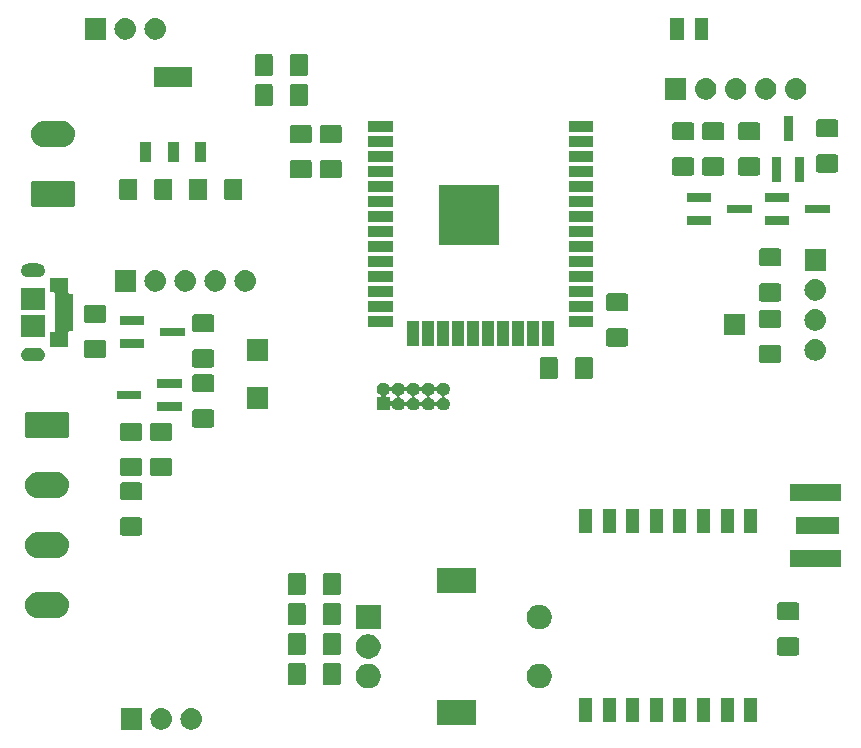
<source format=gbr>
G04 #@! TF.GenerationSoftware,KiCad,Pcbnew,5.1.4-e60b266~84~ubuntu18.04.1*
G04 #@! TF.CreationDate,2020-03-31T13:06:10+02:00*
G04 #@! TF.ProjectId,Esp32LoraBoard,45737033-324c-46f7-9261-426f6172642e,1.0*
G04 #@! TF.SameCoordinates,Original*
G04 #@! TF.FileFunction,Soldermask,Top*
G04 #@! TF.FilePolarity,Negative*
%FSLAX46Y46*%
G04 Gerber Fmt 4.6, Leading zero omitted, Abs format (unit mm)*
G04 Created by KiCad (PCBNEW 5.1.4-e60b266~84~ubuntu18.04.1) date 2020-03-31 13:06:10*
%MOMM*%
%LPD*%
G04 APERTURE LIST*
%ADD10C,0.100000*%
G04 APERTURE END LIST*
D10*
G36*
X116725000Y-120281000D02*
G01*
X114923000Y-120281000D01*
X114923000Y-118479000D01*
X116725000Y-118479000D01*
X116725000Y-120281000D01*
X116725000Y-120281000D01*
G37*
G36*
X118474442Y-118485518D02*
G01*
X118540627Y-118492037D01*
X118710466Y-118543557D01*
X118866991Y-118627222D01*
X118902729Y-118656552D01*
X119004186Y-118739814D01*
X119087448Y-118841271D01*
X119116778Y-118877009D01*
X119200443Y-119033534D01*
X119251963Y-119203373D01*
X119269359Y-119380000D01*
X119251963Y-119556627D01*
X119200443Y-119726466D01*
X119116778Y-119882991D01*
X119106922Y-119895000D01*
X119004186Y-120020186D01*
X118902729Y-120103448D01*
X118866991Y-120132778D01*
X118710466Y-120216443D01*
X118540627Y-120267963D01*
X118474442Y-120274482D01*
X118408260Y-120281000D01*
X118319740Y-120281000D01*
X118253558Y-120274482D01*
X118187373Y-120267963D01*
X118017534Y-120216443D01*
X117861009Y-120132778D01*
X117825271Y-120103448D01*
X117723814Y-120020186D01*
X117621078Y-119895000D01*
X117611222Y-119882991D01*
X117527557Y-119726466D01*
X117476037Y-119556627D01*
X117458641Y-119380000D01*
X117476037Y-119203373D01*
X117527557Y-119033534D01*
X117611222Y-118877009D01*
X117640552Y-118841271D01*
X117723814Y-118739814D01*
X117825271Y-118656552D01*
X117861009Y-118627222D01*
X118017534Y-118543557D01*
X118187373Y-118492037D01*
X118253558Y-118485518D01*
X118319740Y-118479000D01*
X118408260Y-118479000D01*
X118474442Y-118485518D01*
X118474442Y-118485518D01*
G37*
G36*
X121014442Y-118485518D02*
G01*
X121080627Y-118492037D01*
X121250466Y-118543557D01*
X121406991Y-118627222D01*
X121442729Y-118656552D01*
X121544186Y-118739814D01*
X121627448Y-118841271D01*
X121656778Y-118877009D01*
X121740443Y-119033534D01*
X121791963Y-119203373D01*
X121809359Y-119380000D01*
X121791963Y-119556627D01*
X121740443Y-119726466D01*
X121656778Y-119882991D01*
X121646922Y-119895000D01*
X121544186Y-120020186D01*
X121442729Y-120103448D01*
X121406991Y-120132778D01*
X121250466Y-120216443D01*
X121080627Y-120267963D01*
X121014442Y-120274482D01*
X120948260Y-120281000D01*
X120859740Y-120281000D01*
X120793558Y-120274482D01*
X120727373Y-120267963D01*
X120557534Y-120216443D01*
X120401009Y-120132778D01*
X120365271Y-120103448D01*
X120263814Y-120020186D01*
X120161078Y-119895000D01*
X120151222Y-119882991D01*
X120067557Y-119726466D01*
X120016037Y-119556627D01*
X119998641Y-119380000D01*
X120016037Y-119203373D01*
X120067557Y-119033534D01*
X120151222Y-118877009D01*
X120180552Y-118841271D01*
X120263814Y-118739814D01*
X120365271Y-118656552D01*
X120401009Y-118627222D01*
X120557534Y-118543557D01*
X120727373Y-118492037D01*
X120793558Y-118485518D01*
X120859740Y-118479000D01*
X120948260Y-118479000D01*
X121014442Y-118485518D01*
X121014442Y-118485518D01*
G37*
G36*
X145041000Y-119895000D02*
G01*
X141739000Y-119895000D01*
X141739000Y-117793000D01*
X145041000Y-117793000D01*
X145041000Y-119895000D01*
X145041000Y-119895000D01*
G37*
G36*
X156841000Y-119668000D02*
G01*
X155739000Y-119668000D01*
X155739000Y-117566000D01*
X156841000Y-117566000D01*
X156841000Y-119668000D01*
X156841000Y-119668000D01*
G37*
G36*
X154841000Y-119668000D02*
G01*
X153739000Y-119668000D01*
X153739000Y-117566000D01*
X154841000Y-117566000D01*
X154841000Y-119668000D01*
X154841000Y-119668000D01*
G37*
G36*
X168841000Y-119668000D02*
G01*
X167739000Y-119668000D01*
X167739000Y-117566000D01*
X168841000Y-117566000D01*
X168841000Y-119668000D01*
X168841000Y-119668000D01*
G37*
G36*
X166841000Y-119668000D02*
G01*
X165739000Y-119668000D01*
X165739000Y-117566000D01*
X166841000Y-117566000D01*
X166841000Y-119668000D01*
X166841000Y-119668000D01*
G37*
G36*
X164841000Y-119668000D02*
G01*
X163739000Y-119668000D01*
X163739000Y-117566000D01*
X164841000Y-117566000D01*
X164841000Y-119668000D01*
X164841000Y-119668000D01*
G37*
G36*
X160841000Y-119668000D02*
G01*
X159739000Y-119668000D01*
X159739000Y-117566000D01*
X160841000Y-117566000D01*
X160841000Y-119668000D01*
X160841000Y-119668000D01*
G37*
G36*
X158841000Y-119668000D02*
G01*
X157739000Y-119668000D01*
X157739000Y-117566000D01*
X158841000Y-117566000D01*
X158841000Y-119668000D01*
X158841000Y-119668000D01*
G37*
G36*
X162841000Y-119668000D02*
G01*
X161739000Y-119668000D01*
X161739000Y-117566000D01*
X162841000Y-117566000D01*
X162841000Y-119668000D01*
X162841000Y-119668000D01*
G37*
G36*
X136196564Y-114733389D02*
G01*
X136380013Y-114809376D01*
X136387835Y-114812616D01*
X136424171Y-114836895D01*
X136559973Y-114927635D01*
X136706365Y-115074027D01*
X136821385Y-115246167D01*
X136900611Y-115437436D01*
X136941000Y-115640484D01*
X136941000Y-115847516D01*
X136900611Y-116050564D01*
X136827071Y-116228105D01*
X136821384Y-116241835D01*
X136706365Y-116413973D01*
X136559973Y-116560365D01*
X136387835Y-116675384D01*
X136387834Y-116675385D01*
X136387833Y-116675385D01*
X136196564Y-116754611D01*
X135993516Y-116795000D01*
X135786484Y-116795000D01*
X135583436Y-116754611D01*
X135392167Y-116675385D01*
X135392166Y-116675385D01*
X135392165Y-116675384D01*
X135220027Y-116560365D01*
X135073635Y-116413973D01*
X134958616Y-116241835D01*
X134952929Y-116228105D01*
X134879389Y-116050564D01*
X134839000Y-115847516D01*
X134839000Y-115640484D01*
X134879389Y-115437436D01*
X134958615Y-115246167D01*
X135073635Y-115074027D01*
X135220027Y-114927635D01*
X135355829Y-114836895D01*
X135392165Y-114812616D01*
X135399987Y-114809376D01*
X135583436Y-114733389D01*
X135786484Y-114693000D01*
X135993516Y-114693000D01*
X136196564Y-114733389D01*
X136196564Y-114733389D01*
G37*
G36*
X150696564Y-114733389D02*
G01*
X150880013Y-114809376D01*
X150887835Y-114812616D01*
X150924171Y-114836895D01*
X151059973Y-114927635D01*
X151206365Y-115074027D01*
X151321385Y-115246167D01*
X151400611Y-115437436D01*
X151441000Y-115640484D01*
X151441000Y-115847516D01*
X151400611Y-116050564D01*
X151327071Y-116228105D01*
X151321384Y-116241835D01*
X151206365Y-116413973D01*
X151059973Y-116560365D01*
X150887835Y-116675384D01*
X150887834Y-116675385D01*
X150887833Y-116675385D01*
X150696564Y-116754611D01*
X150493516Y-116795000D01*
X150286484Y-116795000D01*
X150083436Y-116754611D01*
X149892167Y-116675385D01*
X149892166Y-116675385D01*
X149892165Y-116675384D01*
X149720027Y-116560365D01*
X149573635Y-116413973D01*
X149458616Y-116241835D01*
X149452929Y-116228105D01*
X149379389Y-116050564D01*
X149339000Y-115847516D01*
X149339000Y-115640484D01*
X149379389Y-115437436D01*
X149458615Y-115246167D01*
X149573635Y-115074027D01*
X149720027Y-114927635D01*
X149855829Y-114836895D01*
X149892165Y-114812616D01*
X149899987Y-114809376D01*
X150083436Y-114733389D01*
X150286484Y-114693000D01*
X150493516Y-114693000D01*
X150696564Y-114733389D01*
X150696564Y-114733389D01*
G37*
G36*
X130443562Y-114648181D02*
G01*
X130478481Y-114658774D01*
X130510663Y-114675976D01*
X130538873Y-114699127D01*
X130562024Y-114727337D01*
X130579226Y-114759519D01*
X130589819Y-114794438D01*
X130594000Y-114836895D01*
X130594000Y-116303105D01*
X130589819Y-116345562D01*
X130579226Y-116380481D01*
X130562024Y-116412663D01*
X130538873Y-116440873D01*
X130510663Y-116464024D01*
X130478481Y-116481226D01*
X130443562Y-116491819D01*
X130401105Y-116496000D01*
X129259895Y-116496000D01*
X129217438Y-116491819D01*
X129182519Y-116481226D01*
X129150337Y-116464024D01*
X129122127Y-116440873D01*
X129098976Y-116412663D01*
X129081774Y-116380481D01*
X129071181Y-116345562D01*
X129067000Y-116303105D01*
X129067000Y-114836895D01*
X129071181Y-114794438D01*
X129081774Y-114759519D01*
X129098976Y-114727337D01*
X129122127Y-114699127D01*
X129150337Y-114675976D01*
X129182519Y-114658774D01*
X129217438Y-114648181D01*
X129259895Y-114644000D01*
X130401105Y-114644000D01*
X130443562Y-114648181D01*
X130443562Y-114648181D01*
G37*
G36*
X133418562Y-114648181D02*
G01*
X133453481Y-114658774D01*
X133485663Y-114675976D01*
X133513873Y-114699127D01*
X133537024Y-114727337D01*
X133554226Y-114759519D01*
X133564819Y-114794438D01*
X133569000Y-114836895D01*
X133569000Y-116303105D01*
X133564819Y-116345562D01*
X133554226Y-116380481D01*
X133537024Y-116412663D01*
X133513873Y-116440873D01*
X133485663Y-116464024D01*
X133453481Y-116481226D01*
X133418562Y-116491819D01*
X133376105Y-116496000D01*
X132234895Y-116496000D01*
X132192438Y-116491819D01*
X132157519Y-116481226D01*
X132125337Y-116464024D01*
X132097127Y-116440873D01*
X132073976Y-116412663D01*
X132056774Y-116380481D01*
X132046181Y-116345562D01*
X132042000Y-116303105D01*
X132042000Y-114836895D01*
X132046181Y-114794438D01*
X132056774Y-114759519D01*
X132073976Y-114727337D01*
X132097127Y-114699127D01*
X132125337Y-114675976D01*
X132157519Y-114658774D01*
X132192438Y-114648181D01*
X132234895Y-114644000D01*
X133376105Y-114644000D01*
X133418562Y-114648181D01*
X133418562Y-114648181D01*
G37*
G36*
X136196564Y-112233389D02*
G01*
X136349881Y-112296895D01*
X136387835Y-112312616D01*
X136559973Y-112427635D01*
X136706365Y-112574027D01*
X136756712Y-112649376D01*
X136821385Y-112746167D01*
X136900611Y-112937436D01*
X136941000Y-113140484D01*
X136941000Y-113347516D01*
X136900611Y-113550564D01*
X136843640Y-113688105D01*
X136821384Y-113741835D01*
X136706365Y-113913973D01*
X136559973Y-114060365D01*
X136387835Y-114175384D01*
X136387834Y-114175385D01*
X136387833Y-114175385D01*
X136196564Y-114254611D01*
X135993516Y-114295000D01*
X135786484Y-114295000D01*
X135583436Y-114254611D01*
X135392167Y-114175385D01*
X135392166Y-114175385D01*
X135392165Y-114175384D01*
X135220027Y-114060365D01*
X135073635Y-113913973D01*
X134958616Y-113741835D01*
X134936360Y-113688105D01*
X134879389Y-113550564D01*
X134839000Y-113347516D01*
X134839000Y-113140484D01*
X134879389Y-112937436D01*
X134958615Y-112746167D01*
X135023289Y-112649376D01*
X135073635Y-112574027D01*
X135220027Y-112427635D01*
X135392165Y-112312616D01*
X135430119Y-112296895D01*
X135583436Y-112233389D01*
X135786484Y-112193000D01*
X135993516Y-112193000D01*
X136196564Y-112233389D01*
X136196564Y-112233389D01*
G37*
G36*
X172225562Y-112488181D02*
G01*
X172260481Y-112498774D01*
X172292663Y-112515976D01*
X172320873Y-112539127D01*
X172344024Y-112567337D01*
X172361226Y-112599519D01*
X172371819Y-112634438D01*
X172376000Y-112676895D01*
X172376000Y-113818105D01*
X172371819Y-113860562D01*
X172361226Y-113895481D01*
X172344024Y-113927663D01*
X172320873Y-113955873D01*
X172292663Y-113979024D01*
X172260481Y-113996226D01*
X172225562Y-114006819D01*
X172183105Y-114011000D01*
X170716895Y-114011000D01*
X170674438Y-114006819D01*
X170639519Y-113996226D01*
X170607337Y-113979024D01*
X170579127Y-113955873D01*
X170555976Y-113927663D01*
X170538774Y-113895481D01*
X170528181Y-113860562D01*
X170524000Y-113818105D01*
X170524000Y-112676895D01*
X170528181Y-112634438D01*
X170538774Y-112599519D01*
X170555976Y-112567337D01*
X170579127Y-112539127D01*
X170607337Y-112515976D01*
X170639519Y-112498774D01*
X170674438Y-112488181D01*
X170716895Y-112484000D01*
X172183105Y-112484000D01*
X172225562Y-112488181D01*
X172225562Y-112488181D01*
G37*
G36*
X130443562Y-112108181D02*
G01*
X130478481Y-112118774D01*
X130510663Y-112135976D01*
X130538873Y-112159127D01*
X130562024Y-112187337D01*
X130579226Y-112219519D01*
X130589819Y-112254438D01*
X130594000Y-112296895D01*
X130594000Y-113763105D01*
X130589819Y-113805562D01*
X130579226Y-113840481D01*
X130562024Y-113872663D01*
X130538873Y-113900873D01*
X130510663Y-113924024D01*
X130478481Y-113941226D01*
X130443562Y-113951819D01*
X130401105Y-113956000D01*
X129259895Y-113956000D01*
X129217438Y-113951819D01*
X129182519Y-113941226D01*
X129150337Y-113924024D01*
X129122127Y-113900873D01*
X129098976Y-113872663D01*
X129081774Y-113840481D01*
X129071181Y-113805562D01*
X129067000Y-113763105D01*
X129067000Y-112296895D01*
X129071181Y-112254438D01*
X129081774Y-112219519D01*
X129098976Y-112187337D01*
X129122127Y-112159127D01*
X129150337Y-112135976D01*
X129182519Y-112118774D01*
X129217438Y-112108181D01*
X129259895Y-112104000D01*
X130401105Y-112104000D01*
X130443562Y-112108181D01*
X130443562Y-112108181D01*
G37*
G36*
X133418562Y-112108181D02*
G01*
X133453481Y-112118774D01*
X133485663Y-112135976D01*
X133513873Y-112159127D01*
X133537024Y-112187337D01*
X133554226Y-112219519D01*
X133564819Y-112254438D01*
X133569000Y-112296895D01*
X133569000Y-113763105D01*
X133564819Y-113805562D01*
X133554226Y-113840481D01*
X133537024Y-113872663D01*
X133513873Y-113900873D01*
X133485663Y-113924024D01*
X133453481Y-113941226D01*
X133418562Y-113951819D01*
X133376105Y-113956000D01*
X132234895Y-113956000D01*
X132192438Y-113951819D01*
X132157519Y-113941226D01*
X132125337Y-113924024D01*
X132097127Y-113900873D01*
X132073976Y-113872663D01*
X132056774Y-113840481D01*
X132046181Y-113805562D01*
X132042000Y-113763105D01*
X132042000Y-112296895D01*
X132046181Y-112254438D01*
X132056774Y-112219519D01*
X132073976Y-112187337D01*
X132097127Y-112159127D01*
X132125337Y-112135976D01*
X132157519Y-112118774D01*
X132192438Y-112108181D01*
X132234895Y-112104000D01*
X133376105Y-112104000D01*
X133418562Y-112108181D01*
X133418562Y-112108181D01*
G37*
G36*
X150696564Y-109733389D02*
G01*
X150808202Y-109779631D01*
X150887835Y-109812616D01*
X150916688Y-109831895D01*
X151059973Y-109927635D01*
X151206365Y-110074027D01*
X151321385Y-110246167D01*
X151400611Y-110437436D01*
X151441000Y-110640484D01*
X151441000Y-110847516D01*
X151400611Y-111050564D01*
X151360208Y-111148105D01*
X151321384Y-111241835D01*
X151206365Y-111413973D01*
X151059973Y-111560365D01*
X150887835Y-111675384D01*
X150887834Y-111675385D01*
X150887833Y-111675385D01*
X150696564Y-111754611D01*
X150493516Y-111795000D01*
X150286484Y-111795000D01*
X150083436Y-111754611D01*
X149892167Y-111675385D01*
X149892166Y-111675385D01*
X149892165Y-111675384D01*
X149720027Y-111560365D01*
X149573635Y-111413973D01*
X149458616Y-111241835D01*
X149419792Y-111148105D01*
X149379389Y-111050564D01*
X149339000Y-110847516D01*
X149339000Y-110640484D01*
X149379389Y-110437436D01*
X149458615Y-110246167D01*
X149573635Y-110074027D01*
X149720027Y-109927635D01*
X149863312Y-109831895D01*
X149892165Y-109812616D01*
X149971798Y-109779631D01*
X150083436Y-109733389D01*
X150286484Y-109693000D01*
X150493516Y-109693000D01*
X150696564Y-109733389D01*
X150696564Y-109733389D01*
G37*
G36*
X136941000Y-111795000D02*
G01*
X134839000Y-111795000D01*
X134839000Y-109693000D01*
X136941000Y-109693000D01*
X136941000Y-111795000D01*
X136941000Y-111795000D01*
G37*
G36*
X133418562Y-109568181D02*
G01*
X133453481Y-109578774D01*
X133485663Y-109595976D01*
X133513873Y-109619127D01*
X133537024Y-109647337D01*
X133554226Y-109679519D01*
X133564819Y-109714438D01*
X133569000Y-109756895D01*
X133569000Y-111223105D01*
X133564819Y-111265562D01*
X133554226Y-111300481D01*
X133537024Y-111332663D01*
X133513873Y-111360873D01*
X133485663Y-111384024D01*
X133453481Y-111401226D01*
X133418562Y-111411819D01*
X133376105Y-111416000D01*
X132234895Y-111416000D01*
X132192438Y-111411819D01*
X132157519Y-111401226D01*
X132125337Y-111384024D01*
X132097127Y-111360873D01*
X132073976Y-111332663D01*
X132056774Y-111300481D01*
X132046181Y-111265562D01*
X132042000Y-111223105D01*
X132042000Y-109756895D01*
X132046181Y-109714438D01*
X132056774Y-109679519D01*
X132073976Y-109647337D01*
X132097127Y-109619127D01*
X132125337Y-109595976D01*
X132157519Y-109578774D01*
X132192438Y-109568181D01*
X132234895Y-109564000D01*
X133376105Y-109564000D01*
X133418562Y-109568181D01*
X133418562Y-109568181D01*
G37*
G36*
X130443562Y-109568181D02*
G01*
X130478481Y-109578774D01*
X130510663Y-109595976D01*
X130538873Y-109619127D01*
X130562024Y-109647337D01*
X130579226Y-109679519D01*
X130589819Y-109714438D01*
X130594000Y-109756895D01*
X130594000Y-111223105D01*
X130589819Y-111265562D01*
X130579226Y-111300481D01*
X130562024Y-111332663D01*
X130538873Y-111360873D01*
X130510663Y-111384024D01*
X130478481Y-111401226D01*
X130443562Y-111411819D01*
X130401105Y-111416000D01*
X129259895Y-111416000D01*
X129217438Y-111411819D01*
X129182519Y-111401226D01*
X129150337Y-111384024D01*
X129122127Y-111360873D01*
X129098976Y-111332663D01*
X129081774Y-111300481D01*
X129071181Y-111265562D01*
X129067000Y-111223105D01*
X129067000Y-109756895D01*
X129071181Y-109714438D01*
X129081774Y-109679519D01*
X129098976Y-109647337D01*
X129122127Y-109619127D01*
X129150337Y-109595976D01*
X129182519Y-109578774D01*
X129217438Y-109568181D01*
X129259895Y-109564000D01*
X130401105Y-109564000D01*
X130443562Y-109568181D01*
X130443562Y-109568181D01*
G37*
G36*
X172225562Y-109513181D02*
G01*
X172260481Y-109523774D01*
X172292663Y-109540976D01*
X172320873Y-109564127D01*
X172344024Y-109592337D01*
X172361226Y-109624519D01*
X172371819Y-109659438D01*
X172376000Y-109701895D01*
X172376000Y-110843105D01*
X172371819Y-110885562D01*
X172361226Y-110920481D01*
X172344024Y-110952663D01*
X172320873Y-110980873D01*
X172292663Y-111004024D01*
X172260481Y-111021226D01*
X172225562Y-111031819D01*
X172183105Y-111036000D01*
X170716895Y-111036000D01*
X170674438Y-111031819D01*
X170639519Y-111021226D01*
X170607337Y-111004024D01*
X170579127Y-110980873D01*
X170555976Y-110952663D01*
X170538774Y-110920481D01*
X170528181Y-110885562D01*
X170524000Y-110843105D01*
X170524000Y-109701895D01*
X170528181Y-109659438D01*
X170538774Y-109624519D01*
X170555976Y-109592337D01*
X170579127Y-109564127D01*
X170607337Y-109540976D01*
X170639519Y-109523774D01*
X170674438Y-109513181D01*
X170716895Y-109509000D01*
X172183105Y-109509000D01*
X172225562Y-109513181D01*
X172225562Y-109513181D01*
G37*
G36*
X109685871Y-108652786D02*
G01*
X109891530Y-108715172D01*
X110081055Y-108816475D01*
X110081058Y-108816477D01*
X110081059Y-108816478D01*
X110247186Y-108952814D01*
X110383522Y-109118941D01*
X110383525Y-109118945D01*
X110484828Y-109308470D01*
X110547214Y-109514129D01*
X110568278Y-109728000D01*
X110547214Y-109941871D01*
X110484828Y-110147530D01*
X110383525Y-110337055D01*
X110383523Y-110337058D01*
X110383522Y-110337059D01*
X110247186Y-110503186D01*
X110081059Y-110639522D01*
X110081055Y-110639525D01*
X109891530Y-110740828D01*
X109685871Y-110803214D01*
X109525591Y-110819000D01*
X107898409Y-110819000D01*
X107738129Y-110803214D01*
X107532470Y-110740828D01*
X107342945Y-110639525D01*
X107342941Y-110639522D01*
X107176814Y-110503186D01*
X107040478Y-110337059D01*
X107040477Y-110337058D01*
X107040475Y-110337055D01*
X106939172Y-110147530D01*
X106876786Y-109941871D01*
X106855722Y-109728000D01*
X106876786Y-109514129D01*
X106939172Y-109308470D01*
X107040475Y-109118945D01*
X107040478Y-109118941D01*
X107176814Y-108952814D01*
X107342941Y-108816478D01*
X107342942Y-108816477D01*
X107342945Y-108816475D01*
X107532470Y-108715172D01*
X107738129Y-108652786D01*
X107898409Y-108637000D01*
X109525591Y-108637000D01*
X109685871Y-108652786D01*
X109685871Y-108652786D01*
G37*
G36*
X130443562Y-107028181D02*
G01*
X130478481Y-107038774D01*
X130510663Y-107055976D01*
X130538873Y-107079127D01*
X130562024Y-107107337D01*
X130579226Y-107139519D01*
X130589819Y-107174438D01*
X130594000Y-107216895D01*
X130594000Y-108683105D01*
X130589819Y-108725562D01*
X130579226Y-108760481D01*
X130562024Y-108792663D01*
X130538873Y-108820873D01*
X130510663Y-108844024D01*
X130478481Y-108861226D01*
X130443562Y-108871819D01*
X130401105Y-108876000D01*
X129259895Y-108876000D01*
X129217438Y-108871819D01*
X129182519Y-108861226D01*
X129150337Y-108844024D01*
X129122127Y-108820873D01*
X129098976Y-108792663D01*
X129081774Y-108760481D01*
X129071181Y-108725562D01*
X129067000Y-108683105D01*
X129067000Y-107216895D01*
X129071181Y-107174438D01*
X129081774Y-107139519D01*
X129098976Y-107107337D01*
X129122127Y-107079127D01*
X129150337Y-107055976D01*
X129182519Y-107038774D01*
X129217438Y-107028181D01*
X129259895Y-107024000D01*
X130401105Y-107024000D01*
X130443562Y-107028181D01*
X130443562Y-107028181D01*
G37*
G36*
X133418562Y-107028181D02*
G01*
X133453481Y-107038774D01*
X133485663Y-107055976D01*
X133513873Y-107079127D01*
X133537024Y-107107337D01*
X133554226Y-107139519D01*
X133564819Y-107174438D01*
X133569000Y-107216895D01*
X133569000Y-108683105D01*
X133564819Y-108725562D01*
X133554226Y-108760481D01*
X133537024Y-108792663D01*
X133513873Y-108820873D01*
X133485663Y-108844024D01*
X133453481Y-108861226D01*
X133418562Y-108871819D01*
X133376105Y-108876000D01*
X132234895Y-108876000D01*
X132192438Y-108871819D01*
X132157519Y-108861226D01*
X132125337Y-108844024D01*
X132097127Y-108820873D01*
X132073976Y-108792663D01*
X132056774Y-108760481D01*
X132046181Y-108725562D01*
X132042000Y-108683105D01*
X132042000Y-107216895D01*
X132046181Y-107174438D01*
X132056774Y-107139519D01*
X132073976Y-107107337D01*
X132097127Y-107079127D01*
X132125337Y-107055976D01*
X132157519Y-107038774D01*
X132192438Y-107028181D01*
X132234895Y-107024000D01*
X133376105Y-107024000D01*
X133418562Y-107028181D01*
X133418562Y-107028181D01*
G37*
G36*
X145041000Y-108695000D02*
G01*
X141739000Y-108695000D01*
X141739000Y-106593000D01*
X145041000Y-106593000D01*
X145041000Y-108695000D01*
X145041000Y-108695000D01*
G37*
G36*
X175887000Y-106548000D02*
G01*
X171585000Y-106548000D01*
X171585000Y-105096000D01*
X175887000Y-105096000D01*
X175887000Y-106548000D01*
X175887000Y-106548000D01*
G37*
G36*
X109685871Y-103572786D02*
G01*
X109891530Y-103635172D01*
X110081055Y-103736475D01*
X110081058Y-103736477D01*
X110081059Y-103736478D01*
X110247186Y-103872814D01*
X110383522Y-104038941D01*
X110383525Y-104038945D01*
X110484828Y-104228470D01*
X110547214Y-104434129D01*
X110568278Y-104648000D01*
X110547214Y-104861871D01*
X110484828Y-105067530D01*
X110383525Y-105257055D01*
X110383523Y-105257058D01*
X110383522Y-105257059D01*
X110247186Y-105423186D01*
X110081059Y-105559522D01*
X110081055Y-105559525D01*
X109891530Y-105660828D01*
X109685871Y-105723214D01*
X109525591Y-105739000D01*
X107898409Y-105739000D01*
X107738129Y-105723214D01*
X107532470Y-105660828D01*
X107342945Y-105559525D01*
X107342941Y-105559522D01*
X107176814Y-105423186D01*
X107040478Y-105257059D01*
X107040477Y-105257058D01*
X107040475Y-105257055D01*
X106939172Y-105067530D01*
X106876786Y-104861871D01*
X106855722Y-104648000D01*
X106876786Y-104434129D01*
X106939172Y-104228470D01*
X107040475Y-104038945D01*
X107040478Y-104038941D01*
X107176814Y-103872814D01*
X107342941Y-103736478D01*
X107342942Y-103736477D01*
X107342945Y-103736475D01*
X107532470Y-103635172D01*
X107738129Y-103572786D01*
X107898409Y-103557000D01*
X109525591Y-103557000D01*
X109685871Y-103572786D01*
X109685871Y-103572786D01*
G37*
G36*
X116599562Y-102328181D02*
G01*
X116634481Y-102338774D01*
X116666663Y-102355976D01*
X116694873Y-102379127D01*
X116718024Y-102407337D01*
X116735226Y-102439519D01*
X116745819Y-102474438D01*
X116750000Y-102516895D01*
X116750000Y-103658105D01*
X116745819Y-103700562D01*
X116735226Y-103735481D01*
X116718024Y-103767663D01*
X116694873Y-103795873D01*
X116666663Y-103819024D01*
X116634481Y-103836226D01*
X116599562Y-103846819D01*
X116557105Y-103851000D01*
X115090895Y-103851000D01*
X115048438Y-103846819D01*
X115013519Y-103836226D01*
X114981337Y-103819024D01*
X114953127Y-103795873D01*
X114929976Y-103767663D01*
X114912774Y-103735481D01*
X114902181Y-103700562D01*
X114898000Y-103658105D01*
X114898000Y-102516895D01*
X114902181Y-102474438D01*
X114912774Y-102439519D01*
X114929976Y-102407337D01*
X114953127Y-102379127D01*
X114981337Y-102355976D01*
X115013519Y-102338774D01*
X115048438Y-102328181D01*
X115090895Y-102324000D01*
X116557105Y-102324000D01*
X116599562Y-102328181D01*
X116599562Y-102328181D01*
G37*
G36*
X175787000Y-103683000D02*
G01*
X172085000Y-103683000D01*
X172085000Y-102311000D01*
X175787000Y-102311000D01*
X175787000Y-103683000D01*
X175787000Y-103683000D01*
G37*
G36*
X158841000Y-103668000D02*
G01*
X157739000Y-103668000D01*
X157739000Y-101566000D01*
X158841000Y-101566000D01*
X158841000Y-103668000D01*
X158841000Y-103668000D01*
G37*
G36*
X168841000Y-103668000D02*
G01*
X167739000Y-103668000D01*
X167739000Y-101566000D01*
X168841000Y-101566000D01*
X168841000Y-103668000D01*
X168841000Y-103668000D01*
G37*
G36*
X166841000Y-103668000D02*
G01*
X165739000Y-103668000D01*
X165739000Y-101566000D01*
X166841000Y-101566000D01*
X166841000Y-103668000D01*
X166841000Y-103668000D01*
G37*
G36*
X162841000Y-103668000D02*
G01*
X161739000Y-103668000D01*
X161739000Y-101566000D01*
X162841000Y-101566000D01*
X162841000Y-103668000D01*
X162841000Y-103668000D01*
G37*
G36*
X160841000Y-103668000D02*
G01*
X159739000Y-103668000D01*
X159739000Y-101566000D01*
X160841000Y-101566000D01*
X160841000Y-103668000D01*
X160841000Y-103668000D01*
G37*
G36*
X156841000Y-103668000D02*
G01*
X155739000Y-103668000D01*
X155739000Y-101566000D01*
X156841000Y-101566000D01*
X156841000Y-103668000D01*
X156841000Y-103668000D01*
G37*
G36*
X154841000Y-103668000D02*
G01*
X153739000Y-103668000D01*
X153739000Y-101566000D01*
X154841000Y-101566000D01*
X154841000Y-103668000D01*
X154841000Y-103668000D01*
G37*
G36*
X164841000Y-103668000D02*
G01*
X163739000Y-103668000D01*
X163739000Y-101566000D01*
X164841000Y-101566000D01*
X164841000Y-103668000D01*
X164841000Y-103668000D01*
G37*
G36*
X175887000Y-100898000D02*
G01*
X171585000Y-100898000D01*
X171585000Y-99446000D01*
X175887000Y-99446000D01*
X175887000Y-100898000D01*
X175887000Y-100898000D01*
G37*
G36*
X116599562Y-99353181D02*
G01*
X116634481Y-99363774D01*
X116666663Y-99380976D01*
X116694873Y-99404127D01*
X116718024Y-99432337D01*
X116735226Y-99464519D01*
X116745819Y-99499438D01*
X116750000Y-99541895D01*
X116750000Y-100683105D01*
X116745819Y-100725562D01*
X116735226Y-100760481D01*
X116718024Y-100792663D01*
X116694873Y-100820873D01*
X116666663Y-100844024D01*
X116634481Y-100861226D01*
X116599562Y-100871819D01*
X116557105Y-100876000D01*
X115090895Y-100876000D01*
X115048438Y-100871819D01*
X115013519Y-100861226D01*
X114981337Y-100844024D01*
X114953127Y-100820873D01*
X114929976Y-100792663D01*
X114912774Y-100760481D01*
X114902181Y-100725562D01*
X114898000Y-100683105D01*
X114898000Y-99541895D01*
X114902181Y-99499438D01*
X114912774Y-99464519D01*
X114929976Y-99432337D01*
X114953127Y-99404127D01*
X114981337Y-99380976D01*
X115013519Y-99363774D01*
X115048438Y-99353181D01*
X115090895Y-99349000D01*
X116557105Y-99349000D01*
X116599562Y-99353181D01*
X116599562Y-99353181D01*
G37*
G36*
X109685871Y-98492786D02*
G01*
X109891530Y-98555172D01*
X110081055Y-98656475D01*
X110081058Y-98656477D01*
X110081059Y-98656478D01*
X110247186Y-98792814D01*
X110383522Y-98958941D01*
X110383525Y-98958945D01*
X110484828Y-99148470D01*
X110547214Y-99354129D01*
X110568278Y-99568000D01*
X110547214Y-99781871D01*
X110484828Y-99987530D01*
X110383525Y-100177055D01*
X110383523Y-100177058D01*
X110383522Y-100177059D01*
X110247186Y-100343186D01*
X110081059Y-100479522D01*
X110081055Y-100479525D01*
X109891530Y-100580828D01*
X109685871Y-100643214D01*
X109525591Y-100659000D01*
X107898409Y-100659000D01*
X107738129Y-100643214D01*
X107532470Y-100580828D01*
X107342945Y-100479525D01*
X107342941Y-100479522D01*
X107176814Y-100343186D01*
X107040478Y-100177059D01*
X107040477Y-100177058D01*
X107040475Y-100177055D01*
X106939172Y-99987530D01*
X106876786Y-99781871D01*
X106855722Y-99568000D01*
X106876786Y-99354129D01*
X106939172Y-99148470D01*
X107040475Y-98958945D01*
X107040478Y-98958941D01*
X107176814Y-98792814D01*
X107342941Y-98656478D01*
X107342942Y-98656477D01*
X107342945Y-98656475D01*
X107532470Y-98555172D01*
X107738129Y-98492786D01*
X107898409Y-98477000D01*
X109525591Y-98477000D01*
X109685871Y-98492786D01*
X109685871Y-98492786D01*
G37*
G36*
X119139562Y-97284681D02*
G01*
X119174481Y-97295274D01*
X119206663Y-97312476D01*
X119234873Y-97335627D01*
X119258024Y-97363837D01*
X119275226Y-97396019D01*
X119285819Y-97430938D01*
X119290000Y-97473395D01*
X119290000Y-98614605D01*
X119285819Y-98657062D01*
X119275226Y-98691981D01*
X119258024Y-98724163D01*
X119234873Y-98752373D01*
X119206663Y-98775524D01*
X119174481Y-98792726D01*
X119139562Y-98803319D01*
X119097105Y-98807500D01*
X117630895Y-98807500D01*
X117588438Y-98803319D01*
X117553519Y-98792726D01*
X117521337Y-98775524D01*
X117493127Y-98752373D01*
X117469976Y-98724163D01*
X117452774Y-98691981D01*
X117442181Y-98657062D01*
X117438000Y-98614605D01*
X117438000Y-97473395D01*
X117442181Y-97430938D01*
X117452774Y-97396019D01*
X117469976Y-97363837D01*
X117493127Y-97335627D01*
X117521337Y-97312476D01*
X117553519Y-97295274D01*
X117588438Y-97284681D01*
X117630895Y-97280500D01*
X119097105Y-97280500D01*
X119139562Y-97284681D01*
X119139562Y-97284681D01*
G37*
G36*
X116599562Y-97284681D02*
G01*
X116634481Y-97295274D01*
X116666663Y-97312476D01*
X116694873Y-97335627D01*
X116718024Y-97363837D01*
X116735226Y-97396019D01*
X116745819Y-97430938D01*
X116750000Y-97473395D01*
X116750000Y-98614605D01*
X116745819Y-98657062D01*
X116735226Y-98691981D01*
X116718024Y-98724163D01*
X116694873Y-98752373D01*
X116666663Y-98775524D01*
X116634481Y-98792726D01*
X116599562Y-98803319D01*
X116557105Y-98807500D01*
X115090895Y-98807500D01*
X115048438Y-98803319D01*
X115013519Y-98792726D01*
X114981337Y-98775524D01*
X114953127Y-98752373D01*
X114929976Y-98724163D01*
X114912774Y-98691981D01*
X114902181Y-98657062D01*
X114898000Y-98614605D01*
X114898000Y-97473395D01*
X114902181Y-97430938D01*
X114912774Y-97396019D01*
X114929976Y-97363837D01*
X114953127Y-97335627D01*
X114981337Y-97312476D01*
X115013519Y-97295274D01*
X115048438Y-97284681D01*
X115090895Y-97280500D01*
X116557105Y-97280500D01*
X116599562Y-97284681D01*
X116599562Y-97284681D01*
G37*
G36*
X116599562Y-94309681D02*
G01*
X116634481Y-94320274D01*
X116666663Y-94337476D01*
X116694873Y-94360627D01*
X116718024Y-94388837D01*
X116735226Y-94421019D01*
X116745819Y-94455938D01*
X116750000Y-94498395D01*
X116750000Y-95639605D01*
X116745819Y-95682062D01*
X116735226Y-95716981D01*
X116718024Y-95749163D01*
X116694873Y-95777373D01*
X116666663Y-95800524D01*
X116634481Y-95817726D01*
X116599562Y-95828319D01*
X116557105Y-95832500D01*
X115090895Y-95832500D01*
X115048438Y-95828319D01*
X115013519Y-95817726D01*
X114981337Y-95800524D01*
X114953127Y-95777373D01*
X114929976Y-95749163D01*
X114912774Y-95716981D01*
X114902181Y-95682062D01*
X114898000Y-95639605D01*
X114898000Y-94498395D01*
X114902181Y-94455938D01*
X114912774Y-94421019D01*
X114929976Y-94388837D01*
X114953127Y-94360627D01*
X114981337Y-94337476D01*
X115013519Y-94320274D01*
X115048438Y-94309681D01*
X115090895Y-94305500D01*
X116557105Y-94305500D01*
X116599562Y-94309681D01*
X116599562Y-94309681D01*
G37*
G36*
X119139562Y-94309681D02*
G01*
X119174481Y-94320274D01*
X119206663Y-94337476D01*
X119234873Y-94360627D01*
X119258024Y-94388837D01*
X119275226Y-94421019D01*
X119285819Y-94455938D01*
X119290000Y-94498395D01*
X119290000Y-95639605D01*
X119285819Y-95682062D01*
X119275226Y-95716981D01*
X119258024Y-95749163D01*
X119234873Y-95777373D01*
X119206663Y-95800524D01*
X119174481Y-95817726D01*
X119139562Y-95828319D01*
X119097105Y-95832500D01*
X117630895Y-95832500D01*
X117588438Y-95828319D01*
X117553519Y-95817726D01*
X117521337Y-95800524D01*
X117493127Y-95777373D01*
X117469976Y-95749163D01*
X117452774Y-95716981D01*
X117442181Y-95682062D01*
X117438000Y-95639605D01*
X117438000Y-94498395D01*
X117442181Y-94455938D01*
X117452774Y-94421019D01*
X117469976Y-94388837D01*
X117493127Y-94360627D01*
X117521337Y-94337476D01*
X117553519Y-94320274D01*
X117588438Y-94309681D01*
X117630895Y-94305500D01*
X119097105Y-94305500D01*
X119139562Y-94309681D01*
X119139562Y-94309681D01*
G37*
G36*
X110428217Y-93400808D02*
G01*
X110459489Y-93410294D01*
X110488308Y-93425698D01*
X110513570Y-93446430D01*
X110534302Y-93471692D01*
X110549706Y-93500511D01*
X110559192Y-93531783D01*
X110563000Y-93570448D01*
X110563000Y-95405552D01*
X110559192Y-95444217D01*
X110549706Y-95475489D01*
X110534302Y-95504308D01*
X110513570Y-95529570D01*
X110488308Y-95550302D01*
X110459489Y-95565706D01*
X110428217Y-95575192D01*
X110389552Y-95579000D01*
X107034448Y-95579000D01*
X106995783Y-95575192D01*
X106964511Y-95565706D01*
X106935692Y-95550302D01*
X106910430Y-95529570D01*
X106889698Y-95504308D01*
X106874294Y-95475489D01*
X106864808Y-95444217D01*
X106861000Y-95405552D01*
X106861000Y-93570448D01*
X106864808Y-93531783D01*
X106874294Y-93500511D01*
X106889698Y-93471692D01*
X106910430Y-93446430D01*
X106935692Y-93425698D01*
X106964511Y-93410294D01*
X106995783Y-93400808D01*
X107034448Y-93397000D01*
X110389552Y-93397000D01*
X110428217Y-93400808D01*
X110428217Y-93400808D01*
G37*
G36*
X122695562Y-93184181D02*
G01*
X122730481Y-93194774D01*
X122762663Y-93211976D01*
X122790873Y-93235127D01*
X122814024Y-93263337D01*
X122831226Y-93295519D01*
X122841819Y-93330438D01*
X122846000Y-93372895D01*
X122846000Y-94514105D01*
X122841819Y-94556562D01*
X122831226Y-94591481D01*
X122814024Y-94623663D01*
X122790873Y-94651873D01*
X122762663Y-94675024D01*
X122730481Y-94692226D01*
X122695562Y-94702819D01*
X122653105Y-94707000D01*
X121186895Y-94707000D01*
X121144438Y-94702819D01*
X121109519Y-94692226D01*
X121077337Y-94675024D01*
X121049127Y-94651873D01*
X121025976Y-94623663D01*
X121008774Y-94591481D01*
X120998181Y-94556562D01*
X120994000Y-94514105D01*
X120994000Y-93372895D01*
X120998181Y-93330438D01*
X121008774Y-93295519D01*
X121025976Y-93263337D01*
X121049127Y-93235127D01*
X121077337Y-93211976D01*
X121109519Y-93194774D01*
X121144438Y-93184181D01*
X121186895Y-93180000D01*
X122653105Y-93180000D01*
X122695562Y-93184181D01*
X122695562Y-93184181D01*
G37*
G36*
X120109000Y-93274000D02*
G01*
X118007000Y-93274000D01*
X118007000Y-92522000D01*
X120109000Y-92522000D01*
X120109000Y-93274000D01*
X120109000Y-93274000D01*
G37*
G36*
X137268015Y-90896973D02*
G01*
X137371879Y-90928479D01*
X137399055Y-90943005D01*
X137467600Y-90979643D01*
X137551501Y-91048499D01*
X137620357Y-91132400D01*
X137656995Y-91200945D01*
X137671521Y-91228121D01*
X137675388Y-91240869D01*
X137684760Y-91263496D01*
X137698374Y-91283870D01*
X137715701Y-91301197D01*
X137736075Y-91314811D01*
X137758714Y-91324188D01*
X137782747Y-91328969D01*
X137807251Y-91328969D01*
X137831285Y-91324189D01*
X137853924Y-91314812D01*
X137874298Y-91301198D01*
X137891625Y-91283871D01*
X137905239Y-91263497D01*
X137914612Y-91240869D01*
X137918479Y-91228121D01*
X137933005Y-91200945D01*
X137969643Y-91132400D01*
X138038499Y-91048499D01*
X138122400Y-90979643D01*
X138190945Y-90943005D01*
X138218121Y-90928479D01*
X138321985Y-90896973D01*
X138402933Y-90889000D01*
X138457067Y-90889000D01*
X138538015Y-90896973D01*
X138641879Y-90928479D01*
X138669055Y-90943005D01*
X138737600Y-90979643D01*
X138821501Y-91048499D01*
X138890357Y-91132400D01*
X138926995Y-91200945D01*
X138941521Y-91228121D01*
X138945388Y-91240869D01*
X138954760Y-91263496D01*
X138968374Y-91283870D01*
X138985701Y-91301197D01*
X139006075Y-91314811D01*
X139028714Y-91324188D01*
X139052747Y-91328969D01*
X139077251Y-91328969D01*
X139101285Y-91324189D01*
X139123924Y-91314812D01*
X139144298Y-91301198D01*
X139161625Y-91283871D01*
X139175239Y-91263497D01*
X139184612Y-91240869D01*
X139188479Y-91228121D01*
X139203005Y-91200945D01*
X139239643Y-91132400D01*
X139308499Y-91048499D01*
X139392400Y-90979643D01*
X139460945Y-90943005D01*
X139488121Y-90928479D01*
X139591985Y-90896973D01*
X139672933Y-90889000D01*
X139727067Y-90889000D01*
X139808015Y-90896973D01*
X139911879Y-90928479D01*
X139939055Y-90943005D01*
X140007600Y-90979643D01*
X140091501Y-91048499D01*
X140160357Y-91132400D01*
X140196995Y-91200945D01*
X140211521Y-91228121D01*
X140215388Y-91240869D01*
X140224760Y-91263496D01*
X140238374Y-91283870D01*
X140255701Y-91301197D01*
X140276075Y-91314811D01*
X140298714Y-91324188D01*
X140322747Y-91328969D01*
X140347251Y-91328969D01*
X140371285Y-91324189D01*
X140393924Y-91314812D01*
X140414298Y-91301198D01*
X140431625Y-91283871D01*
X140445239Y-91263497D01*
X140454612Y-91240869D01*
X140458479Y-91228121D01*
X140473005Y-91200945D01*
X140509643Y-91132400D01*
X140578499Y-91048499D01*
X140662400Y-90979643D01*
X140730945Y-90943005D01*
X140758121Y-90928479D01*
X140861985Y-90896973D01*
X140942933Y-90889000D01*
X140997067Y-90889000D01*
X141078015Y-90896973D01*
X141181879Y-90928479D01*
X141209055Y-90943005D01*
X141277600Y-90979643D01*
X141361501Y-91048499D01*
X141430357Y-91132400D01*
X141466995Y-91200945D01*
X141481521Y-91228121D01*
X141485388Y-91240869D01*
X141494760Y-91263496D01*
X141508374Y-91283870D01*
X141525701Y-91301197D01*
X141546075Y-91314811D01*
X141568714Y-91324188D01*
X141592747Y-91328969D01*
X141617251Y-91328969D01*
X141641285Y-91324189D01*
X141663924Y-91314812D01*
X141684298Y-91301198D01*
X141701625Y-91283871D01*
X141715239Y-91263497D01*
X141724612Y-91240869D01*
X141728479Y-91228121D01*
X141743005Y-91200945D01*
X141779643Y-91132400D01*
X141848499Y-91048499D01*
X141932400Y-90979643D01*
X142000945Y-90943005D01*
X142028121Y-90928479D01*
X142131985Y-90896973D01*
X142212933Y-90889000D01*
X142267067Y-90889000D01*
X142348015Y-90896973D01*
X142451879Y-90928479D01*
X142479055Y-90943005D01*
X142547600Y-90979643D01*
X142631501Y-91048499D01*
X142700357Y-91132400D01*
X142736995Y-91200945D01*
X142751521Y-91228121D01*
X142783027Y-91331985D01*
X142793666Y-91440000D01*
X142783027Y-91548015D01*
X142751521Y-91651879D01*
X142738161Y-91676873D01*
X142700357Y-91747600D01*
X142631501Y-91831501D01*
X142547600Y-91900357D01*
X142492014Y-91930068D01*
X142451879Y-91951521D01*
X142439131Y-91955388D01*
X142416504Y-91964760D01*
X142396130Y-91978374D01*
X142378803Y-91995701D01*
X142365189Y-92016075D01*
X142355812Y-92038714D01*
X142351031Y-92062747D01*
X142351031Y-92087251D01*
X142355811Y-92111285D01*
X142365188Y-92133924D01*
X142378802Y-92154298D01*
X142396129Y-92171625D01*
X142416503Y-92185239D01*
X142439131Y-92194612D01*
X142451879Y-92198479D01*
X142479055Y-92213005D01*
X142547600Y-92249643D01*
X142631501Y-92318499D01*
X142700357Y-92402400D01*
X142736995Y-92470945D01*
X142751521Y-92498121D01*
X142783027Y-92601985D01*
X142793666Y-92710000D01*
X142783027Y-92818015D01*
X142751521Y-92921879D01*
X142751191Y-92922496D01*
X142700357Y-93017600D01*
X142631501Y-93101501D01*
X142547600Y-93170357D01*
X142491408Y-93200392D01*
X142451879Y-93221521D01*
X142348015Y-93253027D01*
X142267067Y-93261000D01*
X142212933Y-93261000D01*
X142131985Y-93253027D01*
X142028121Y-93221521D01*
X141988592Y-93200392D01*
X141932400Y-93170357D01*
X141848499Y-93101501D01*
X141779643Y-93017600D01*
X141728809Y-92922496D01*
X141728479Y-92921879D01*
X141724612Y-92909131D01*
X141715240Y-92886504D01*
X141701626Y-92866130D01*
X141684299Y-92848803D01*
X141663925Y-92835189D01*
X141641286Y-92825812D01*
X141617253Y-92821031D01*
X141592749Y-92821031D01*
X141568715Y-92825811D01*
X141546076Y-92835188D01*
X141525702Y-92848802D01*
X141508375Y-92866129D01*
X141494761Y-92886503D01*
X141485388Y-92909131D01*
X141481521Y-92921879D01*
X141481191Y-92922496D01*
X141430357Y-93017600D01*
X141361501Y-93101501D01*
X141277600Y-93170357D01*
X141221408Y-93200392D01*
X141181879Y-93221521D01*
X141078015Y-93253027D01*
X140997067Y-93261000D01*
X140942933Y-93261000D01*
X140861985Y-93253027D01*
X140758121Y-93221521D01*
X140718592Y-93200392D01*
X140662400Y-93170357D01*
X140578499Y-93101501D01*
X140509643Y-93017600D01*
X140458809Y-92922496D01*
X140458479Y-92921879D01*
X140454612Y-92909131D01*
X140445240Y-92886504D01*
X140431626Y-92866130D01*
X140414299Y-92848803D01*
X140393925Y-92835189D01*
X140371286Y-92825812D01*
X140347253Y-92821031D01*
X140322749Y-92821031D01*
X140298715Y-92825811D01*
X140276076Y-92835188D01*
X140255702Y-92848802D01*
X140238375Y-92866129D01*
X140224761Y-92886503D01*
X140215388Y-92909131D01*
X140211521Y-92921879D01*
X140211191Y-92922496D01*
X140160357Y-93017600D01*
X140091501Y-93101501D01*
X140007600Y-93170357D01*
X139951408Y-93200392D01*
X139911879Y-93221521D01*
X139808015Y-93253027D01*
X139727067Y-93261000D01*
X139672933Y-93261000D01*
X139591985Y-93253027D01*
X139488121Y-93221521D01*
X139448592Y-93200392D01*
X139392400Y-93170357D01*
X139308499Y-93101501D01*
X139239643Y-93017600D01*
X139188809Y-92922496D01*
X139188479Y-92921879D01*
X139184612Y-92909131D01*
X139175240Y-92886504D01*
X139161626Y-92866130D01*
X139144299Y-92848803D01*
X139123925Y-92835189D01*
X139101286Y-92825812D01*
X139077253Y-92821031D01*
X139052749Y-92821031D01*
X139028715Y-92825811D01*
X139006076Y-92835188D01*
X138985702Y-92848802D01*
X138968375Y-92866129D01*
X138954761Y-92886503D01*
X138945388Y-92909131D01*
X138941521Y-92921879D01*
X138941191Y-92922496D01*
X138890357Y-93017600D01*
X138821501Y-93101501D01*
X138737600Y-93170357D01*
X138681408Y-93200392D01*
X138641879Y-93221521D01*
X138538015Y-93253027D01*
X138457067Y-93261000D01*
X138402933Y-93261000D01*
X138321985Y-93253027D01*
X138218121Y-93221521D01*
X138178592Y-93200392D01*
X138122400Y-93170357D01*
X138038499Y-93101501D01*
X137969645Y-93017601D01*
X137969644Y-93017600D01*
X137946236Y-92973807D01*
X137932625Y-92953437D01*
X137915298Y-92936110D01*
X137894924Y-92922496D01*
X137872285Y-92913119D01*
X137848252Y-92908338D01*
X137823748Y-92908338D01*
X137799714Y-92913118D01*
X137777076Y-92922495D01*
X137756701Y-92936109D01*
X137739374Y-92953436D01*
X137725760Y-92973810D01*
X137716383Y-92996449D01*
X137711602Y-93020482D01*
X137711000Y-93032735D01*
X137711000Y-93261000D01*
X136609000Y-93261000D01*
X136609000Y-92159000D01*
X136837265Y-92159000D01*
X136861651Y-92156598D01*
X136885100Y-92149485D01*
X136906711Y-92137934D01*
X136925653Y-92122389D01*
X136941198Y-92103447D01*
X136952749Y-92081836D01*
X136959862Y-92058387D01*
X136962264Y-92034001D01*
X136961058Y-92021748D01*
X137358338Y-92021748D01*
X137358338Y-92046252D01*
X137363118Y-92070286D01*
X137372495Y-92092924D01*
X137386109Y-92113299D01*
X137403436Y-92130626D01*
X137423810Y-92144240D01*
X137446449Y-92153617D01*
X137470482Y-92158398D01*
X137482735Y-92159000D01*
X137711000Y-92159000D01*
X137711000Y-92387265D01*
X137713402Y-92411651D01*
X137720515Y-92435100D01*
X137732066Y-92456711D01*
X137747611Y-92475653D01*
X137766553Y-92491198D01*
X137788164Y-92502749D01*
X137811613Y-92509862D01*
X137835999Y-92512264D01*
X137860385Y-92509862D01*
X137883834Y-92502749D01*
X137905445Y-92491198D01*
X137924387Y-92475653D01*
X137939932Y-92456711D01*
X137946233Y-92446198D01*
X137969644Y-92402400D01*
X138038499Y-92318499D01*
X138122400Y-92249643D01*
X138190945Y-92213005D01*
X138218121Y-92198479D01*
X138230869Y-92194612D01*
X138253496Y-92185240D01*
X138273870Y-92171626D01*
X138291197Y-92154299D01*
X138304811Y-92133925D01*
X138314188Y-92111286D01*
X138318969Y-92087253D01*
X138318969Y-92062749D01*
X138318969Y-92062747D01*
X138541031Y-92062747D01*
X138541031Y-92087251D01*
X138545811Y-92111285D01*
X138555188Y-92133924D01*
X138568802Y-92154298D01*
X138586129Y-92171625D01*
X138606503Y-92185239D01*
X138629131Y-92194612D01*
X138641879Y-92198479D01*
X138669055Y-92213005D01*
X138737600Y-92249643D01*
X138821501Y-92318499D01*
X138890357Y-92402400D01*
X138926995Y-92470945D01*
X138941521Y-92498121D01*
X138945388Y-92510869D01*
X138954760Y-92533496D01*
X138968374Y-92553870D01*
X138985701Y-92571197D01*
X139006075Y-92584811D01*
X139028714Y-92594188D01*
X139052747Y-92598969D01*
X139077251Y-92598969D01*
X139101285Y-92594189D01*
X139123924Y-92584812D01*
X139144298Y-92571198D01*
X139161625Y-92553871D01*
X139175239Y-92533497D01*
X139184612Y-92510869D01*
X139188479Y-92498121D01*
X139203005Y-92470945D01*
X139239643Y-92402400D01*
X139308499Y-92318499D01*
X139392400Y-92249643D01*
X139460945Y-92213005D01*
X139488121Y-92198479D01*
X139500869Y-92194612D01*
X139523496Y-92185240D01*
X139543870Y-92171626D01*
X139561197Y-92154299D01*
X139574811Y-92133925D01*
X139584188Y-92111286D01*
X139588969Y-92087253D01*
X139588969Y-92062749D01*
X139588969Y-92062747D01*
X139811031Y-92062747D01*
X139811031Y-92087251D01*
X139815811Y-92111285D01*
X139825188Y-92133924D01*
X139838802Y-92154298D01*
X139856129Y-92171625D01*
X139876503Y-92185239D01*
X139899131Y-92194612D01*
X139911879Y-92198479D01*
X139939055Y-92213005D01*
X140007600Y-92249643D01*
X140091501Y-92318499D01*
X140160357Y-92402400D01*
X140196995Y-92470945D01*
X140211521Y-92498121D01*
X140215388Y-92510869D01*
X140224760Y-92533496D01*
X140238374Y-92553870D01*
X140255701Y-92571197D01*
X140276075Y-92584811D01*
X140298714Y-92594188D01*
X140322747Y-92598969D01*
X140347251Y-92598969D01*
X140371285Y-92594189D01*
X140393924Y-92584812D01*
X140414298Y-92571198D01*
X140431625Y-92553871D01*
X140445239Y-92533497D01*
X140454612Y-92510869D01*
X140458479Y-92498121D01*
X140473005Y-92470945D01*
X140509643Y-92402400D01*
X140578499Y-92318499D01*
X140662400Y-92249643D01*
X140730945Y-92213005D01*
X140758121Y-92198479D01*
X140770869Y-92194612D01*
X140793496Y-92185240D01*
X140813870Y-92171626D01*
X140831197Y-92154299D01*
X140844811Y-92133925D01*
X140854188Y-92111286D01*
X140858969Y-92087253D01*
X140858969Y-92062749D01*
X140858969Y-92062747D01*
X141081031Y-92062747D01*
X141081031Y-92087251D01*
X141085811Y-92111285D01*
X141095188Y-92133924D01*
X141108802Y-92154298D01*
X141126129Y-92171625D01*
X141146503Y-92185239D01*
X141169131Y-92194612D01*
X141181879Y-92198479D01*
X141209055Y-92213005D01*
X141277600Y-92249643D01*
X141361501Y-92318499D01*
X141430357Y-92402400D01*
X141466995Y-92470945D01*
X141481521Y-92498121D01*
X141485388Y-92510869D01*
X141494760Y-92533496D01*
X141508374Y-92553870D01*
X141525701Y-92571197D01*
X141546075Y-92584811D01*
X141568714Y-92594188D01*
X141592747Y-92598969D01*
X141617251Y-92598969D01*
X141641285Y-92594189D01*
X141663924Y-92584812D01*
X141684298Y-92571198D01*
X141701625Y-92553871D01*
X141715239Y-92533497D01*
X141724612Y-92510869D01*
X141728479Y-92498121D01*
X141743005Y-92470945D01*
X141779643Y-92402400D01*
X141848499Y-92318499D01*
X141932400Y-92249643D01*
X142000945Y-92213005D01*
X142028121Y-92198479D01*
X142040869Y-92194612D01*
X142063496Y-92185240D01*
X142083870Y-92171626D01*
X142101197Y-92154299D01*
X142114811Y-92133925D01*
X142124188Y-92111286D01*
X142128969Y-92087253D01*
X142128969Y-92062749D01*
X142124189Y-92038715D01*
X142114812Y-92016076D01*
X142101198Y-91995702D01*
X142083871Y-91978375D01*
X142063497Y-91964761D01*
X142040869Y-91955388D01*
X142028121Y-91951521D01*
X141987986Y-91930068D01*
X141932400Y-91900357D01*
X141848499Y-91831501D01*
X141779643Y-91747600D01*
X141741839Y-91676873D01*
X141728479Y-91651879D01*
X141724612Y-91639131D01*
X141715240Y-91616504D01*
X141701626Y-91596130D01*
X141684299Y-91578803D01*
X141663925Y-91565189D01*
X141641286Y-91555812D01*
X141617253Y-91551031D01*
X141592749Y-91551031D01*
X141568715Y-91555811D01*
X141546076Y-91565188D01*
X141525702Y-91578802D01*
X141508375Y-91596129D01*
X141494761Y-91616503D01*
X141485388Y-91639131D01*
X141481521Y-91651879D01*
X141468161Y-91676873D01*
X141430357Y-91747600D01*
X141361501Y-91831501D01*
X141277600Y-91900357D01*
X141222014Y-91930068D01*
X141181879Y-91951521D01*
X141169131Y-91955388D01*
X141146504Y-91964760D01*
X141126130Y-91978374D01*
X141108803Y-91995701D01*
X141095189Y-92016075D01*
X141085812Y-92038714D01*
X141081031Y-92062747D01*
X140858969Y-92062747D01*
X140854189Y-92038715D01*
X140844812Y-92016076D01*
X140831198Y-91995702D01*
X140813871Y-91978375D01*
X140793497Y-91964761D01*
X140770869Y-91955388D01*
X140758121Y-91951521D01*
X140717986Y-91930068D01*
X140662400Y-91900357D01*
X140578499Y-91831501D01*
X140509643Y-91747600D01*
X140471839Y-91676873D01*
X140458479Y-91651879D01*
X140454612Y-91639131D01*
X140445240Y-91616504D01*
X140431626Y-91596130D01*
X140414299Y-91578803D01*
X140393925Y-91565189D01*
X140371286Y-91555812D01*
X140347253Y-91551031D01*
X140322749Y-91551031D01*
X140298715Y-91555811D01*
X140276076Y-91565188D01*
X140255702Y-91578802D01*
X140238375Y-91596129D01*
X140224761Y-91616503D01*
X140215388Y-91639131D01*
X140211521Y-91651879D01*
X140198161Y-91676873D01*
X140160357Y-91747600D01*
X140091501Y-91831501D01*
X140007600Y-91900357D01*
X139952014Y-91930068D01*
X139911879Y-91951521D01*
X139899131Y-91955388D01*
X139876504Y-91964760D01*
X139856130Y-91978374D01*
X139838803Y-91995701D01*
X139825189Y-92016075D01*
X139815812Y-92038714D01*
X139811031Y-92062747D01*
X139588969Y-92062747D01*
X139584189Y-92038715D01*
X139574812Y-92016076D01*
X139561198Y-91995702D01*
X139543871Y-91978375D01*
X139523497Y-91964761D01*
X139500869Y-91955388D01*
X139488121Y-91951521D01*
X139447986Y-91930068D01*
X139392400Y-91900357D01*
X139308499Y-91831501D01*
X139239643Y-91747600D01*
X139201839Y-91676873D01*
X139188479Y-91651879D01*
X139184612Y-91639131D01*
X139175240Y-91616504D01*
X139161626Y-91596130D01*
X139144299Y-91578803D01*
X139123925Y-91565189D01*
X139101286Y-91555812D01*
X139077253Y-91551031D01*
X139052749Y-91551031D01*
X139028715Y-91555811D01*
X139006076Y-91565188D01*
X138985702Y-91578802D01*
X138968375Y-91596129D01*
X138954761Y-91616503D01*
X138945388Y-91639131D01*
X138941521Y-91651879D01*
X138928161Y-91676873D01*
X138890357Y-91747600D01*
X138821501Y-91831501D01*
X138737600Y-91900357D01*
X138682014Y-91930068D01*
X138641879Y-91951521D01*
X138629131Y-91955388D01*
X138606504Y-91964760D01*
X138586130Y-91978374D01*
X138568803Y-91995701D01*
X138555189Y-92016075D01*
X138545812Y-92038714D01*
X138541031Y-92062747D01*
X138318969Y-92062747D01*
X138314189Y-92038715D01*
X138304812Y-92016076D01*
X138291198Y-91995702D01*
X138273871Y-91978375D01*
X138253497Y-91964761D01*
X138230869Y-91955388D01*
X138218121Y-91951521D01*
X138177986Y-91930068D01*
X138122400Y-91900357D01*
X138038499Y-91831501D01*
X137969643Y-91747600D01*
X137931839Y-91676873D01*
X137918479Y-91651879D01*
X137914612Y-91639131D01*
X137905240Y-91616504D01*
X137891626Y-91596130D01*
X137874299Y-91578803D01*
X137853925Y-91565189D01*
X137831286Y-91555812D01*
X137807253Y-91551031D01*
X137782749Y-91551031D01*
X137758715Y-91555811D01*
X137736076Y-91565188D01*
X137715702Y-91578802D01*
X137698375Y-91596129D01*
X137684761Y-91616503D01*
X137675388Y-91639131D01*
X137671521Y-91651879D01*
X137658161Y-91676873D01*
X137620357Y-91747600D01*
X137551501Y-91831501D01*
X137467600Y-91900356D01*
X137423807Y-91923764D01*
X137403437Y-91937375D01*
X137386110Y-91954702D01*
X137372496Y-91975076D01*
X137363119Y-91997715D01*
X137358338Y-92021748D01*
X136961058Y-92021748D01*
X136959862Y-92009615D01*
X136952749Y-91986166D01*
X136941198Y-91964555D01*
X136925653Y-91945613D01*
X136906711Y-91930068D01*
X136896198Y-91923767D01*
X136852400Y-91900356D01*
X136768499Y-91831501D01*
X136699643Y-91747600D01*
X136661839Y-91676873D01*
X136648479Y-91651879D01*
X136616973Y-91548015D01*
X136606334Y-91440000D01*
X136616973Y-91331985D01*
X136648479Y-91228121D01*
X136663005Y-91200945D01*
X136699643Y-91132400D01*
X136768499Y-91048499D01*
X136852400Y-90979643D01*
X136920945Y-90943005D01*
X136948121Y-90928479D01*
X137051985Y-90896973D01*
X137132933Y-90889000D01*
X137187067Y-90889000D01*
X137268015Y-90896973D01*
X137268015Y-90896973D01*
G37*
G36*
X127393000Y-93103000D02*
G01*
X125591000Y-93103000D01*
X125591000Y-91301000D01*
X127393000Y-91301000D01*
X127393000Y-93103000D01*
X127393000Y-93103000D01*
G37*
G36*
X116689000Y-92324000D02*
G01*
X114587000Y-92324000D01*
X114587000Y-91572000D01*
X116689000Y-91572000D01*
X116689000Y-92324000D01*
X116689000Y-92324000D01*
G37*
G36*
X122695562Y-90209181D02*
G01*
X122730481Y-90219774D01*
X122762663Y-90236976D01*
X122790873Y-90260127D01*
X122814024Y-90288337D01*
X122831226Y-90320519D01*
X122841819Y-90355438D01*
X122846000Y-90397895D01*
X122846000Y-91539105D01*
X122841819Y-91581562D01*
X122831226Y-91616481D01*
X122814024Y-91648663D01*
X122790873Y-91676873D01*
X122762663Y-91700024D01*
X122730481Y-91717226D01*
X122695562Y-91727819D01*
X122653105Y-91732000D01*
X121186895Y-91732000D01*
X121144438Y-91727819D01*
X121109519Y-91717226D01*
X121077337Y-91700024D01*
X121049127Y-91676873D01*
X121025976Y-91648663D01*
X121008774Y-91616481D01*
X120998181Y-91581562D01*
X120994000Y-91539105D01*
X120994000Y-90397895D01*
X120998181Y-90355438D01*
X121008774Y-90320519D01*
X121025976Y-90288337D01*
X121049127Y-90260127D01*
X121077337Y-90236976D01*
X121109519Y-90219774D01*
X121144438Y-90209181D01*
X121186895Y-90205000D01*
X122653105Y-90205000D01*
X122695562Y-90209181D01*
X122695562Y-90209181D01*
G37*
G36*
X120109000Y-91374000D02*
G01*
X118007000Y-91374000D01*
X118007000Y-90622000D01*
X120109000Y-90622000D01*
X120109000Y-91374000D01*
X120109000Y-91374000D01*
G37*
G36*
X154754562Y-88740181D02*
G01*
X154789481Y-88750774D01*
X154821663Y-88767976D01*
X154849873Y-88791127D01*
X154873024Y-88819337D01*
X154890226Y-88851519D01*
X154900819Y-88886438D01*
X154905000Y-88928895D01*
X154905000Y-90395105D01*
X154900819Y-90437562D01*
X154890226Y-90472481D01*
X154873024Y-90504663D01*
X154849873Y-90532873D01*
X154821663Y-90556024D01*
X154789481Y-90573226D01*
X154754562Y-90583819D01*
X154712105Y-90588000D01*
X153570895Y-90588000D01*
X153528438Y-90583819D01*
X153493519Y-90573226D01*
X153461337Y-90556024D01*
X153433127Y-90532873D01*
X153409976Y-90504663D01*
X153392774Y-90472481D01*
X153382181Y-90437562D01*
X153378000Y-90395105D01*
X153378000Y-88928895D01*
X153382181Y-88886438D01*
X153392774Y-88851519D01*
X153409976Y-88819337D01*
X153433127Y-88791127D01*
X153461337Y-88767976D01*
X153493519Y-88750774D01*
X153528438Y-88740181D01*
X153570895Y-88736000D01*
X154712105Y-88736000D01*
X154754562Y-88740181D01*
X154754562Y-88740181D01*
G37*
G36*
X151779562Y-88740181D02*
G01*
X151814481Y-88750774D01*
X151846663Y-88767976D01*
X151874873Y-88791127D01*
X151898024Y-88819337D01*
X151915226Y-88851519D01*
X151925819Y-88886438D01*
X151930000Y-88928895D01*
X151930000Y-90395105D01*
X151925819Y-90437562D01*
X151915226Y-90472481D01*
X151898024Y-90504663D01*
X151874873Y-90532873D01*
X151846663Y-90556024D01*
X151814481Y-90573226D01*
X151779562Y-90583819D01*
X151737105Y-90588000D01*
X150595895Y-90588000D01*
X150553438Y-90583819D01*
X150518519Y-90573226D01*
X150486337Y-90556024D01*
X150458127Y-90532873D01*
X150434976Y-90504663D01*
X150417774Y-90472481D01*
X150407181Y-90437562D01*
X150403000Y-90395105D01*
X150403000Y-88928895D01*
X150407181Y-88886438D01*
X150417774Y-88851519D01*
X150434976Y-88819337D01*
X150458127Y-88791127D01*
X150486337Y-88767976D01*
X150518519Y-88750774D01*
X150553438Y-88740181D01*
X150595895Y-88736000D01*
X151737105Y-88736000D01*
X151779562Y-88740181D01*
X151779562Y-88740181D01*
G37*
G36*
X122695562Y-88104181D02*
G01*
X122730481Y-88114774D01*
X122762663Y-88131976D01*
X122790873Y-88155127D01*
X122814024Y-88183337D01*
X122831226Y-88215519D01*
X122841819Y-88250438D01*
X122846000Y-88292895D01*
X122846000Y-89434105D01*
X122841819Y-89476562D01*
X122831226Y-89511481D01*
X122814024Y-89543663D01*
X122790873Y-89571873D01*
X122762663Y-89595024D01*
X122730481Y-89612226D01*
X122695562Y-89622819D01*
X122653105Y-89627000D01*
X121186895Y-89627000D01*
X121144438Y-89622819D01*
X121109519Y-89612226D01*
X121077337Y-89595024D01*
X121049127Y-89571873D01*
X121025976Y-89543663D01*
X121008774Y-89511481D01*
X120998181Y-89476562D01*
X120994000Y-89434105D01*
X120994000Y-88292895D01*
X120998181Y-88250438D01*
X121008774Y-88215519D01*
X121025976Y-88183337D01*
X121049127Y-88155127D01*
X121077337Y-88131976D01*
X121109519Y-88114774D01*
X121144438Y-88104181D01*
X121186895Y-88100000D01*
X122653105Y-88100000D01*
X122695562Y-88104181D01*
X122695562Y-88104181D01*
G37*
G36*
X170701562Y-87723181D02*
G01*
X170736481Y-87733774D01*
X170768663Y-87750976D01*
X170796873Y-87774127D01*
X170820024Y-87802337D01*
X170837226Y-87834519D01*
X170847819Y-87869438D01*
X170852000Y-87911895D01*
X170852000Y-89053105D01*
X170847819Y-89095562D01*
X170837226Y-89130481D01*
X170820024Y-89162663D01*
X170796873Y-89190873D01*
X170768663Y-89214024D01*
X170736481Y-89231226D01*
X170701562Y-89241819D01*
X170659105Y-89246000D01*
X169192895Y-89246000D01*
X169150438Y-89241819D01*
X169115519Y-89231226D01*
X169083337Y-89214024D01*
X169055127Y-89190873D01*
X169031976Y-89162663D01*
X169014774Y-89130481D01*
X169004181Y-89095562D01*
X169000000Y-89053105D01*
X169000000Y-87911895D01*
X169004181Y-87869438D01*
X169014774Y-87834519D01*
X169031976Y-87802337D01*
X169055127Y-87774127D01*
X169083337Y-87750976D01*
X169115519Y-87733774D01*
X169150438Y-87723181D01*
X169192895Y-87719000D01*
X170659105Y-87719000D01*
X170701562Y-87723181D01*
X170701562Y-87723181D01*
G37*
G36*
X108049916Y-87970334D02*
G01*
X108158492Y-88003271D01*
X108158495Y-88003272D01*
X108194601Y-88022571D01*
X108258557Y-88056756D01*
X108346264Y-88128736D01*
X108418244Y-88216443D01*
X108436414Y-88250438D01*
X108471728Y-88316505D01*
X108471729Y-88316508D01*
X108504666Y-88425084D01*
X108515787Y-88538000D01*
X108504666Y-88650916D01*
X108472669Y-88756392D01*
X108471728Y-88759495D01*
X108464310Y-88773373D01*
X108418244Y-88859557D01*
X108346264Y-88947264D01*
X108258557Y-89019244D01*
X108194601Y-89053429D01*
X108158495Y-89072728D01*
X108158492Y-89072729D01*
X108049916Y-89105666D01*
X107965298Y-89114000D01*
X107058702Y-89114000D01*
X106974084Y-89105666D01*
X106865508Y-89072729D01*
X106865505Y-89072728D01*
X106829399Y-89053429D01*
X106765443Y-89019244D01*
X106677736Y-88947264D01*
X106605756Y-88859557D01*
X106559690Y-88773373D01*
X106552272Y-88759495D01*
X106551331Y-88756392D01*
X106519334Y-88650916D01*
X106508213Y-88538000D01*
X106519334Y-88425084D01*
X106552271Y-88316508D01*
X106552272Y-88316505D01*
X106587586Y-88250438D01*
X106605756Y-88216443D01*
X106677736Y-88128736D01*
X106765443Y-88056756D01*
X106829399Y-88022571D01*
X106865505Y-88003272D01*
X106865508Y-88003271D01*
X106974084Y-87970334D01*
X107058702Y-87962000D01*
X107965298Y-87962000D01*
X108049916Y-87970334D01*
X108049916Y-87970334D01*
G37*
G36*
X173846442Y-87243518D02*
G01*
X173912627Y-87250037D01*
X174082466Y-87301557D01*
X174082468Y-87301558D01*
X174091991Y-87306648D01*
X174238991Y-87385222D01*
X174274729Y-87414552D01*
X174376186Y-87497814D01*
X174434930Y-87569395D01*
X174488778Y-87635009D01*
X174572443Y-87791534D01*
X174623963Y-87961373D01*
X174641359Y-88138000D01*
X174623963Y-88314627D01*
X174572443Y-88484466D01*
X174488778Y-88640991D01*
X174470614Y-88663124D01*
X174376186Y-88778186D01*
X174286828Y-88851519D01*
X174238991Y-88890778D01*
X174082466Y-88974443D01*
X173912627Y-89025963D01*
X173867891Y-89030369D01*
X173780260Y-89039000D01*
X173691740Y-89039000D01*
X173604109Y-89030369D01*
X173559373Y-89025963D01*
X173389534Y-88974443D01*
X173233009Y-88890778D01*
X173185172Y-88851519D01*
X173095814Y-88778186D01*
X173001386Y-88663124D01*
X172983222Y-88640991D01*
X172899557Y-88484466D01*
X172848037Y-88314627D01*
X172830641Y-88138000D01*
X172848037Y-87961373D01*
X172899557Y-87791534D01*
X172983222Y-87635009D01*
X173037070Y-87569395D01*
X173095814Y-87497814D01*
X173197271Y-87414552D01*
X173233009Y-87385222D01*
X173380009Y-87306648D01*
X173389532Y-87301558D01*
X173389534Y-87301557D01*
X173559373Y-87250037D01*
X173625558Y-87243518D01*
X173691740Y-87237000D01*
X173780260Y-87237000D01*
X173846442Y-87243518D01*
X173846442Y-87243518D01*
G37*
G36*
X127393000Y-89039000D02*
G01*
X125591000Y-89039000D01*
X125591000Y-87237000D01*
X127393000Y-87237000D01*
X127393000Y-89039000D01*
X127393000Y-89039000D01*
G37*
G36*
X113551562Y-87305681D02*
G01*
X113586481Y-87316274D01*
X113618663Y-87333476D01*
X113646873Y-87356627D01*
X113670024Y-87384837D01*
X113687226Y-87417019D01*
X113697819Y-87451938D01*
X113702000Y-87494395D01*
X113702000Y-88635605D01*
X113697819Y-88678062D01*
X113687226Y-88712981D01*
X113670024Y-88745163D01*
X113646873Y-88773373D01*
X113618663Y-88796524D01*
X113586481Y-88813726D01*
X113551562Y-88824319D01*
X113509105Y-88828500D01*
X112042895Y-88828500D01*
X112000438Y-88824319D01*
X111965519Y-88813726D01*
X111933337Y-88796524D01*
X111905127Y-88773373D01*
X111881976Y-88745163D01*
X111864774Y-88712981D01*
X111854181Y-88678062D01*
X111850000Y-88635605D01*
X111850000Y-87494395D01*
X111854181Y-87451938D01*
X111864774Y-87417019D01*
X111881976Y-87384837D01*
X111905127Y-87356627D01*
X111933337Y-87333476D01*
X111965519Y-87316274D01*
X112000438Y-87305681D01*
X112042895Y-87301500D01*
X113509105Y-87301500D01*
X113551562Y-87305681D01*
X113551562Y-87305681D01*
G37*
G36*
X116943000Y-87940000D02*
G01*
X114841000Y-87940000D01*
X114841000Y-87188000D01*
X116943000Y-87188000D01*
X116943000Y-87940000D01*
X116943000Y-87940000D01*
G37*
G36*
X110518000Y-83287001D02*
G01*
X110520402Y-83311387D01*
X110527515Y-83334836D01*
X110539066Y-83356447D01*
X110554611Y-83375389D01*
X110573553Y-83390934D01*
X110595164Y-83402485D01*
X110618613Y-83409598D01*
X110642999Y-83412000D01*
X110913000Y-83412000D01*
X110913000Y-86514000D01*
X110642999Y-86514000D01*
X110618613Y-86516402D01*
X110595164Y-86523515D01*
X110573553Y-86535066D01*
X110554611Y-86550611D01*
X110539066Y-86569553D01*
X110527515Y-86591164D01*
X110520402Y-86614613D01*
X110518000Y-86638999D01*
X110518000Y-87909000D01*
X108966000Y-87909000D01*
X108966000Y-86657000D01*
X109286001Y-86657000D01*
X109310387Y-86654598D01*
X109333836Y-86647485D01*
X109355447Y-86635934D01*
X109374389Y-86620389D01*
X109389934Y-86601447D01*
X109401485Y-86579836D01*
X109408598Y-86556387D01*
X109411000Y-86532001D01*
X109411000Y-83393999D01*
X109408598Y-83369613D01*
X109401485Y-83346164D01*
X109389934Y-83324553D01*
X109374389Y-83305611D01*
X109355447Y-83290066D01*
X109333836Y-83278515D01*
X109310387Y-83271402D01*
X109286001Y-83269000D01*
X108966000Y-83269000D01*
X108966000Y-82017000D01*
X110518000Y-82017000D01*
X110518000Y-83287001D01*
X110518000Y-83287001D01*
G37*
G36*
X157747562Y-86326181D02*
G01*
X157782481Y-86336774D01*
X157814663Y-86353976D01*
X157842873Y-86377127D01*
X157866024Y-86405337D01*
X157883226Y-86437519D01*
X157893819Y-86472438D01*
X157898000Y-86514895D01*
X157898000Y-87656105D01*
X157893819Y-87698562D01*
X157883226Y-87733481D01*
X157866024Y-87765663D01*
X157842873Y-87793873D01*
X157814663Y-87817024D01*
X157782481Y-87834226D01*
X157747562Y-87844819D01*
X157705105Y-87849000D01*
X156238895Y-87849000D01*
X156196438Y-87844819D01*
X156161519Y-87834226D01*
X156129337Y-87817024D01*
X156101127Y-87793873D01*
X156077976Y-87765663D01*
X156060774Y-87733481D01*
X156050181Y-87698562D01*
X156046000Y-87656105D01*
X156046000Y-86514895D01*
X156050181Y-86472438D01*
X156060774Y-86437519D01*
X156077976Y-86405337D01*
X156101127Y-86377127D01*
X156129337Y-86353976D01*
X156161519Y-86336774D01*
X156196438Y-86326181D01*
X156238895Y-86322000D01*
X157705105Y-86322000D01*
X157747562Y-86326181D01*
X157747562Y-86326181D01*
G37*
G36*
X141471000Y-87776000D02*
G01*
X140469000Y-87776000D01*
X140469000Y-85674000D01*
X141471000Y-85674000D01*
X141471000Y-87776000D01*
X141471000Y-87776000D01*
G37*
G36*
X142741000Y-87776000D02*
G01*
X141739000Y-87776000D01*
X141739000Y-85674000D01*
X142741000Y-85674000D01*
X142741000Y-87776000D01*
X142741000Y-87776000D01*
G37*
G36*
X144011000Y-87776000D02*
G01*
X143009000Y-87776000D01*
X143009000Y-85674000D01*
X144011000Y-85674000D01*
X144011000Y-87776000D01*
X144011000Y-87776000D01*
G37*
G36*
X145281000Y-87776000D02*
G01*
X144279000Y-87776000D01*
X144279000Y-85674000D01*
X145281000Y-85674000D01*
X145281000Y-87776000D01*
X145281000Y-87776000D01*
G37*
G36*
X146551000Y-87776000D02*
G01*
X145549000Y-87776000D01*
X145549000Y-85674000D01*
X146551000Y-85674000D01*
X146551000Y-87776000D01*
X146551000Y-87776000D01*
G37*
G36*
X140201000Y-87776000D02*
G01*
X139199000Y-87776000D01*
X139199000Y-85674000D01*
X140201000Y-85674000D01*
X140201000Y-87776000D01*
X140201000Y-87776000D01*
G37*
G36*
X151631000Y-87776000D02*
G01*
X150629000Y-87776000D01*
X150629000Y-85674000D01*
X151631000Y-85674000D01*
X151631000Y-87776000D01*
X151631000Y-87776000D01*
G37*
G36*
X150361000Y-87776000D02*
G01*
X149359000Y-87776000D01*
X149359000Y-85674000D01*
X150361000Y-85674000D01*
X150361000Y-87776000D01*
X150361000Y-87776000D01*
G37*
G36*
X147821000Y-87776000D02*
G01*
X146819000Y-87776000D01*
X146819000Y-85674000D01*
X147821000Y-85674000D01*
X147821000Y-87776000D01*
X147821000Y-87776000D01*
G37*
G36*
X149091000Y-87776000D02*
G01*
X148089000Y-87776000D01*
X148089000Y-85674000D01*
X149091000Y-85674000D01*
X149091000Y-87776000D01*
X149091000Y-87776000D01*
G37*
G36*
X108513000Y-87014000D02*
G01*
X106511000Y-87014000D01*
X106511000Y-85162000D01*
X108513000Y-85162000D01*
X108513000Y-87014000D01*
X108513000Y-87014000D01*
G37*
G36*
X120363000Y-86990000D02*
G01*
X118261000Y-86990000D01*
X118261000Y-86238000D01*
X120363000Y-86238000D01*
X120363000Y-86990000D01*
X120363000Y-86990000D01*
G37*
G36*
X167779000Y-86880000D02*
G01*
X165977000Y-86880000D01*
X165977000Y-85078000D01*
X167779000Y-85078000D01*
X167779000Y-86880000D01*
X167779000Y-86880000D01*
G37*
G36*
X122695562Y-85129181D02*
G01*
X122730481Y-85139774D01*
X122762663Y-85156976D01*
X122790873Y-85180127D01*
X122814024Y-85208337D01*
X122831226Y-85240519D01*
X122841819Y-85275438D01*
X122846000Y-85317895D01*
X122846000Y-86459105D01*
X122841819Y-86501562D01*
X122831226Y-86536481D01*
X122814024Y-86568663D01*
X122790873Y-86596873D01*
X122762663Y-86620024D01*
X122730481Y-86637226D01*
X122695562Y-86647819D01*
X122653105Y-86652000D01*
X121186895Y-86652000D01*
X121144438Y-86647819D01*
X121109519Y-86637226D01*
X121077337Y-86620024D01*
X121049127Y-86596873D01*
X121025976Y-86568663D01*
X121008774Y-86536481D01*
X120998181Y-86501562D01*
X120994000Y-86459105D01*
X120994000Y-85317895D01*
X120998181Y-85275438D01*
X121008774Y-85240519D01*
X121025976Y-85208337D01*
X121049127Y-85180127D01*
X121077337Y-85156976D01*
X121109519Y-85139774D01*
X121144438Y-85129181D01*
X121186895Y-85125000D01*
X122653105Y-85125000D01*
X122695562Y-85129181D01*
X122695562Y-85129181D01*
G37*
G36*
X173846443Y-84703519D02*
G01*
X173912627Y-84710037D01*
X174082466Y-84761557D01*
X174082468Y-84761558D01*
X174087770Y-84764392D01*
X174238991Y-84845222D01*
X174267784Y-84868852D01*
X174376186Y-84957814D01*
X174420568Y-85011895D01*
X174488778Y-85095009D01*
X174572443Y-85251534D01*
X174623963Y-85421373D01*
X174641359Y-85598000D01*
X174623963Y-85774627D01*
X174572443Y-85944466D01*
X174488778Y-86100991D01*
X174472716Y-86120562D01*
X174376186Y-86238186D01*
X174274729Y-86321448D01*
X174238991Y-86350778D01*
X174082466Y-86434443D01*
X173912627Y-86485963D01*
X173846442Y-86492482D01*
X173780260Y-86499000D01*
X173691740Y-86499000D01*
X173625558Y-86492482D01*
X173559373Y-86485963D01*
X173389534Y-86434443D01*
X173233009Y-86350778D01*
X173197271Y-86321448D01*
X173095814Y-86238186D01*
X172999284Y-86120562D01*
X172983222Y-86100991D01*
X172899557Y-85944466D01*
X172848037Y-85774627D01*
X172830641Y-85598000D01*
X172848037Y-85421373D01*
X172899557Y-85251534D01*
X172983222Y-85095009D01*
X173051432Y-85011895D01*
X173095814Y-84957814D01*
X173204216Y-84868852D01*
X173233009Y-84845222D01*
X173384230Y-84764392D01*
X173389532Y-84761558D01*
X173389534Y-84761557D01*
X173559373Y-84710037D01*
X173625557Y-84703519D01*
X173691740Y-84697000D01*
X173780260Y-84697000D01*
X173846443Y-84703519D01*
X173846443Y-84703519D01*
G37*
G36*
X170701562Y-84748181D02*
G01*
X170736481Y-84758774D01*
X170768663Y-84775976D01*
X170796873Y-84799127D01*
X170820024Y-84827337D01*
X170837226Y-84859519D01*
X170847819Y-84894438D01*
X170852000Y-84936895D01*
X170852000Y-86078105D01*
X170847819Y-86120562D01*
X170837226Y-86155481D01*
X170820024Y-86187663D01*
X170796873Y-86215873D01*
X170768663Y-86239024D01*
X170736481Y-86256226D01*
X170701562Y-86266819D01*
X170659105Y-86271000D01*
X169192895Y-86271000D01*
X169150438Y-86266819D01*
X169115519Y-86256226D01*
X169083337Y-86239024D01*
X169055127Y-86215873D01*
X169031976Y-86187663D01*
X169014774Y-86155481D01*
X169004181Y-86120562D01*
X169000000Y-86078105D01*
X169000000Y-84936895D01*
X169004181Y-84894438D01*
X169014774Y-84859519D01*
X169031976Y-84827337D01*
X169055127Y-84799127D01*
X169083337Y-84775976D01*
X169115519Y-84758774D01*
X169150438Y-84748181D01*
X169192895Y-84744000D01*
X170659105Y-84744000D01*
X170701562Y-84748181D01*
X170701562Y-84748181D01*
G37*
G36*
X154966000Y-86226000D02*
G01*
X152864000Y-86226000D01*
X152864000Y-85224000D01*
X154966000Y-85224000D01*
X154966000Y-86226000D01*
X154966000Y-86226000D01*
G37*
G36*
X137966000Y-86226000D02*
G01*
X135864000Y-86226000D01*
X135864000Y-85224000D01*
X137966000Y-85224000D01*
X137966000Y-86226000D01*
X137966000Y-86226000D01*
G37*
G36*
X116943000Y-86040000D02*
G01*
X114841000Y-86040000D01*
X114841000Y-85288000D01*
X116943000Y-85288000D01*
X116943000Y-86040000D01*
X116943000Y-86040000D01*
G37*
G36*
X113551562Y-84330681D02*
G01*
X113586481Y-84341274D01*
X113618663Y-84358476D01*
X113646873Y-84381627D01*
X113670024Y-84409837D01*
X113687226Y-84442019D01*
X113697819Y-84476938D01*
X113702000Y-84519395D01*
X113702000Y-85660605D01*
X113697819Y-85703062D01*
X113687226Y-85737981D01*
X113670024Y-85770163D01*
X113646873Y-85798373D01*
X113618663Y-85821524D01*
X113586481Y-85838726D01*
X113551562Y-85849319D01*
X113509105Y-85853500D01*
X112042895Y-85853500D01*
X112000438Y-85849319D01*
X111965519Y-85838726D01*
X111933337Y-85821524D01*
X111905127Y-85798373D01*
X111881976Y-85770163D01*
X111864774Y-85737981D01*
X111854181Y-85703062D01*
X111850000Y-85660605D01*
X111850000Y-84519395D01*
X111854181Y-84476938D01*
X111864774Y-84442019D01*
X111881976Y-84409837D01*
X111905127Y-84381627D01*
X111933337Y-84358476D01*
X111965519Y-84341274D01*
X112000438Y-84330681D01*
X112042895Y-84326500D01*
X113509105Y-84326500D01*
X113551562Y-84330681D01*
X113551562Y-84330681D01*
G37*
G36*
X154966000Y-84956000D02*
G01*
X152864000Y-84956000D01*
X152864000Y-83954000D01*
X154966000Y-83954000D01*
X154966000Y-84956000D01*
X154966000Y-84956000D01*
G37*
G36*
X137966000Y-84956000D02*
G01*
X135864000Y-84956000D01*
X135864000Y-83954000D01*
X137966000Y-83954000D01*
X137966000Y-84956000D01*
X137966000Y-84956000D01*
G37*
G36*
X157747562Y-83351181D02*
G01*
X157782481Y-83361774D01*
X157814663Y-83378976D01*
X157842873Y-83402127D01*
X157866024Y-83430337D01*
X157883226Y-83462519D01*
X157893819Y-83497438D01*
X157898000Y-83539895D01*
X157898000Y-84681105D01*
X157893819Y-84723562D01*
X157883226Y-84758481D01*
X157866024Y-84790663D01*
X157842873Y-84818873D01*
X157814663Y-84842024D01*
X157782481Y-84859226D01*
X157747562Y-84869819D01*
X157705105Y-84874000D01*
X156238895Y-84874000D01*
X156196438Y-84869819D01*
X156161519Y-84859226D01*
X156129337Y-84842024D01*
X156101127Y-84818873D01*
X156077976Y-84790663D01*
X156060774Y-84758481D01*
X156050181Y-84723562D01*
X156046000Y-84681105D01*
X156046000Y-83539895D01*
X156050181Y-83497438D01*
X156060774Y-83462519D01*
X156077976Y-83430337D01*
X156101127Y-83402127D01*
X156129337Y-83378976D01*
X156161519Y-83361774D01*
X156196438Y-83351181D01*
X156238895Y-83347000D01*
X157705105Y-83347000D01*
X157747562Y-83351181D01*
X157747562Y-83351181D01*
G37*
G36*
X108513000Y-84764000D02*
G01*
X106511000Y-84764000D01*
X106511000Y-82912000D01*
X108513000Y-82912000D01*
X108513000Y-84764000D01*
X108513000Y-84764000D01*
G37*
G36*
X170701562Y-82516181D02*
G01*
X170736481Y-82526774D01*
X170768663Y-82543976D01*
X170796873Y-82567127D01*
X170820024Y-82595337D01*
X170837226Y-82627519D01*
X170847819Y-82662438D01*
X170852000Y-82704895D01*
X170852000Y-83846105D01*
X170847819Y-83888562D01*
X170837226Y-83923481D01*
X170820024Y-83955663D01*
X170796873Y-83983873D01*
X170768663Y-84007024D01*
X170736481Y-84024226D01*
X170701562Y-84034819D01*
X170659105Y-84039000D01*
X169192895Y-84039000D01*
X169150438Y-84034819D01*
X169115519Y-84024226D01*
X169083337Y-84007024D01*
X169055127Y-83983873D01*
X169031976Y-83955663D01*
X169014774Y-83923481D01*
X169004181Y-83888562D01*
X169000000Y-83846105D01*
X169000000Y-82704895D01*
X169004181Y-82662438D01*
X169014774Y-82627519D01*
X169031976Y-82595337D01*
X169055127Y-82567127D01*
X169083337Y-82543976D01*
X169115519Y-82526774D01*
X169150438Y-82516181D01*
X169192895Y-82512000D01*
X170659105Y-82512000D01*
X170701562Y-82516181D01*
X170701562Y-82516181D01*
G37*
G36*
X173846442Y-82163518D02*
G01*
X173912627Y-82170037D01*
X174082466Y-82221557D01*
X174238991Y-82305222D01*
X174274729Y-82334552D01*
X174376186Y-82417814D01*
X174457706Y-82517148D01*
X174488778Y-82555009D01*
X174572443Y-82711534D01*
X174623963Y-82881373D01*
X174641359Y-83058000D01*
X174623963Y-83234627D01*
X174572443Y-83404466D01*
X174488778Y-83560991D01*
X174459448Y-83596729D01*
X174376186Y-83698186D01*
X174274729Y-83781448D01*
X174238991Y-83810778D01*
X174238989Y-83810779D01*
X174093469Y-83888562D01*
X174082466Y-83894443D01*
X173912627Y-83945963D01*
X173846442Y-83952482D01*
X173780260Y-83959000D01*
X173691740Y-83959000D01*
X173625558Y-83952482D01*
X173559373Y-83945963D01*
X173389534Y-83894443D01*
X173378532Y-83888562D01*
X173233011Y-83810779D01*
X173233009Y-83810778D01*
X173197271Y-83781448D01*
X173095814Y-83698186D01*
X173012552Y-83596729D01*
X172983222Y-83560991D01*
X172899557Y-83404466D01*
X172848037Y-83234627D01*
X172830641Y-83058000D01*
X172848037Y-82881373D01*
X172899557Y-82711534D01*
X172983222Y-82555009D01*
X173014294Y-82517148D01*
X173095814Y-82417814D01*
X173197271Y-82334552D01*
X173233009Y-82305222D01*
X173389534Y-82221557D01*
X173559373Y-82170037D01*
X173625558Y-82163518D01*
X173691740Y-82157000D01*
X173780260Y-82157000D01*
X173846442Y-82163518D01*
X173846442Y-82163518D01*
G37*
G36*
X137966000Y-83686000D02*
G01*
X135864000Y-83686000D01*
X135864000Y-82684000D01*
X137966000Y-82684000D01*
X137966000Y-83686000D01*
X137966000Y-83686000D01*
G37*
G36*
X154966000Y-83686000D02*
G01*
X152864000Y-83686000D01*
X152864000Y-82684000D01*
X154966000Y-82684000D01*
X154966000Y-83686000D01*
X154966000Y-83686000D01*
G37*
G36*
X125586443Y-81401519D02*
G01*
X125652627Y-81408037D01*
X125822466Y-81459557D01*
X125978991Y-81543222D01*
X126014729Y-81572552D01*
X126116186Y-81655814D01*
X126199448Y-81757271D01*
X126228778Y-81793009D01*
X126312443Y-81949534D01*
X126363963Y-82119373D01*
X126381359Y-82296000D01*
X126363963Y-82472627D01*
X126312443Y-82642466D01*
X126228778Y-82798991D01*
X126199448Y-82834729D01*
X126116186Y-82936186D01*
X126014729Y-83019448D01*
X125978991Y-83048778D01*
X125822466Y-83132443D01*
X125652627Y-83183963D01*
X125586442Y-83190482D01*
X125520260Y-83197000D01*
X125431740Y-83197000D01*
X125365558Y-83190482D01*
X125299373Y-83183963D01*
X125129534Y-83132443D01*
X124973009Y-83048778D01*
X124937271Y-83019448D01*
X124835814Y-82936186D01*
X124752552Y-82834729D01*
X124723222Y-82798991D01*
X124639557Y-82642466D01*
X124588037Y-82472627D01*
X124570641Y-82296000D01*
X124588037Y-82119373D01*
X124639557Y-81949534D01*
X124723222Y-81793009D01*
X124752552Y-81757271D01*
X124835814Y-81655814D01*
X124937271Y-81572552D01*
X124973009Y-81543222D01*
X125129534Y-81459557D01*
X125299373Y-81408037D01*
X125365557Y-81401519D01*
X125431740Y-81395000D01*
X125520260Y-81395000D01*
X125586443Y-81401519D01*
X125586443Y-81401519D01*
G37*
G36*
X120506443Y-81401519D02*
G01*
X120572627Y-81408037D01*
X120742466Y-81459557D01*
X120898991Y-81543222D01*
X120934729Y-81572552D01*
X121036186Y-81655814D01*
X121119448Y-81757271D01*
X121148778Y-81793009D01*
X121232443Y-81949534D01*
X121283963Y-82119373D01*
X121301359Y-82296000D01*
X121283963Y-82472627D01*
X121232443Y-82642466D01*
X121148778Y-82798991D01*
X121119448Y-82834729D01*
X121036186Y-82936186D01*
X120934729Y-83019448D01*
X120898991Y-83048778D01*
X120742466Y-83132443D01*
X120572627Y-83183963D01*
X120506442Y-83190482D01*
X120440260Y-83197000D01*
X120351740Y-83197000D01*
X120285558Y-83190482D01*
X120219373Y-83183963D01*
X120049534Y-83132443D01*
X119893009Y-83048778D01*
X119857271Y-83019448D01*
X119755814Y-82936186D01*
X119672552Y-82834729D01*
X119643222Y-82798991D01*
X119559557Y-82642466D01*
X119508037Y-82472627D01*
X119490641Y-82296000D01*
X119508037Y-82119373D01*
X119559557Y-81949534D01*
X119643222Y-81793009D01*
X119672552Y-81757271D01*
X119755814Y-81655814D01*
X119857271Y-81572552D01*
X119893009Y-81543222D01*
X120049534Y-81459557D01*
X120219373Y-81408037D01*
X120285557Y-81401519D01*
X120351740Y-81395000D01*
X120440260Y-81395000D01*
X120506443Y-81401519D01*
X120506443Y-81401519D01*
G37*
G36*
X123046443Y-81401519D02*
G01*
X123112627Y-81408037D01*
X123282466Y-81459557D01*
X123438991Y-81543222D01*
X123474729Y-81572552D01*
X123576186Y-81655814D01*
X123659448Y-81757271D01*
X123688778Y-81793009D01*
X123772443Y-81949534D01*
X123823963Y-82119373D01*
X123841359Y-82296000D01*
X123823963Y-82472627D01*
X123772443Y-82642466D01*
X123688778Y-82798991D01*
X123659448Y-82834729D01*
X123576186Y-82936186D01*
X123474729Y-83019448D01*
X123438991Y-83048778D01*
X123282466Y-83132443D01*
X123112627Y-83183963D01*
X123046442Y-83190482D01*
X122980260Y-83197000D01*
X122891740Y-83197000D01*
X122825558Y-83190482D01*
X122759373Y-83183963D01*
X122589534Y-83132443D01*
X122433009Y-83048778D01*
X122397271Y-83019448D01*
X122295814Y-82936186D01*
X122212552Y-82834729D01*
X122183222Y-82798991D01*
X122099557Y-82642466D01*
X122048037Y-82472627D01*
X122030641Y-82296000D01*
X122048037Y-82119373D01*
X122099557Y-81949534D01*
X122183222Y-81793009D01*
X122212552Y-81757271D01*
X122295814Y-81655814D01*
X122397271Y-81572552D01*
X122433009Y-81543222D01*
X122589534Y-81459557D01*
X122759373Y-81408037D01*
X122825557Y-81401519D01*
X122891740Y-81395000D01*
X122980260Y-81395000D01*
X123046443Y-81401519D01*
X123046443Y-81401519D01*
G37*
G36*
X116217000Y-83197000D02*
G01*
X114415000Y-83197000D01*
X114415000Y-81395000D01*
X116217000Y-81395000D01*
X116217000Y-83197000D01*
X116217000Y-83197000D01*
G37*
G36*
X117966443Y-81401519D02*
G01*
X118032627Y-81408037D01*
X118202466Y-81459557D01*
X118358991Y-81543222D01*
X118394729Y-81572552D01*
X118496186Y-81655814D01*
X118579448Y-81757271D01*
X118608778Y-81793009D01*
X118692443Y-81949534D01*
X118743963Y-82119373D01*
X118761359Y-82296000D01*
X118743963Y-82472627D01*
X118692443Y-82642466D01*
X118608778Y-82798991D01*
X118579448Y-82834729D01*
X118496186Y-82936186D01*
X118394729Y-83019448D01*
X118358991Y-83048778D01*
X118202466Y-83132443D01*
X118032627Y-83183963D01*
X117966442Y-83190482D01*
X117900260Y-83197000D01*
X117811740Y-83197000D01*
X117745558Y-83190482D01*
X117679373Y-83183963D01*
X117509534Y-83132443D01*
X117353009Y-83048778D01*
X117317271Y-83019448D01*
X117215814Y-82936186D01*
X117132552Y-82834729D01*
X117103222Y-82798991D01*
X117019557Y-82642466D01*
X116968037Y-82472627D01*
X116950641Y-82296000D01*
X116968037Y-82119373D01*
X117019557Y-81949534D01*
X117103222Y-81793009D01*
X117132552Y-81757271D01*
X117215814Y-81655814D01*
X117317271Y-81572552D01*
X117353009Y-81543222D01*
X117509534Y-81459557D01*
X117679373Y-81408037D01*
X117745557Y-81401519D01*
X117811740Y-81395000D01*
X117900260Y-81395000D01*
X117966443Y-81401519D01*
X117966443Y-81401519D01*
G37*
G36*
X137966000Y-82416000D02*
G01*
X135864000Y-82416000D01*
X135864000Y-81414000D01*
X137966000Y-81414000D01*
X137966000Y-82416000D01*
X137966000Y-82416000D01*
G37*
G36*
X154966000Y-82416000D02*
G01*
X152864000Y-82416000D01*
X152864000Y-81414000D01*
X154966000Y-81414000D01*
X154966000Y-82416000D01*
X154966000Y-82416000D01*
G37*
G36*
X108049916Y-80820334D02*
G01*
X108158492Y-80853271D01*
X108158495Y-80853272D01*
X108191858Y-80871105D01*
X108258557Y-80906756D01*
X108346264Y-80978736D01*
X108418244Y-81066443D01*
X108452429Y-81130399D01*
X108471728Y-81166505D01*
X108471729Y-81166508D01*
X108504666Y-81275084D01*
X108515787Y-81388000D01*
X108504666Y-81500916D01*
X108471729Y-81609492D01*
X108471728Y-81609495D01*
X108452429Y-81645601D01*
X108418244Y-81709557D01*
X108346264Y-81797264D01*
X108258557Y-81869244D01*
X108194601Y-81903429D01*
X108158495Y-81922728D01*
X108158492Y-81922729D01*
X108049916Y-81955666D01*
X107965298Y-81964000D01*
X107058702Y-81964000D01*
X106974084Y-81955666D01*
X106865508Y-81922729D01*
X106865505Y-81922728D01*
X106829399Y-81903429D01*
X106765443Y-81869244D01*
X106677736Y-81797264D01*
X106605756Y-81709557D01*
X106571571Y-81645601D01*
X106552272Y-81609495D01*
X106552271Y-81609492D01*
X106519334Y-81500916D01*
X106508213Y-81388000D01*
X106519334Y-81275084D01*
X106552271Y-81166508D01*
X106552272Y-81166505D01*
X106571571Y-81130399D01*
X106605756Y-81066443D01*
X106677736Y-80978736D01*
X106765443Y-80906756D01*
X106832142Y-80871105D01*
X106865505Y-80853272D01*
X106865508Y-80853271D01*
X106974084Y-80820334D01*
X107058702Y-80812000D01*
X107965298Y-80812000D01*
X108049916Y-80820334D01*
X108049916Y-80820334D01*
G37*
G36*
X174637000Y-81419000D02*
G01*
X172835000Y-81419000D01*
X172835000Y-79617000D01*
X174637000Y-79617000D01*
X174637000Y-81419000D01*
X174637000Y-81419000D01*
G37*
G36*
X137966000Y-81146000D02*
G01*
X135864000Y-81146000D01*
X135864000Y-80144000D01*
X137966000Y-80144000D01*
X137966000Y-81146000D01*
X137966000Y-81146000D01*
G37*
G36*
X154966000Y-81146000D02*
G01*
X152864000Y-81146000D01*
X152864000Y-80144000D01*
X154966000Y-80144000D01*
X154966000Y-81146000D01*
X154966000Y-81146000D01*
G37*
G36*
X170701562Y-79541181D02*
G01*
X170736481Y-79551774D01*
X170768663Y-79568976D01*
X170796873Y-79592127D01*
X170820024Y-79620337D01*
X170837226Y-79652519D01*
X170847819Y-79687438D01*
X170852000Y-79729895D01*
X170852000Y-80871105D01*
X170847819Y-80913562D01*
X170837226Y-80948481D01*
X170820024Y-80980663D01*
X170796873Y-81008873D01*
X170768663Y-81032024D01*
X170736481Y-81049226D01*
X170701562Y-81059819D01*
X170659105Y-81064000D01*
X169192895Y-81064000D01*
X169150438Y-81059819D01*
X169115519Y-81049226D01*
X169083337Y-81032024D01*
X169055127Y-81008873D01*
X169031976Y-80980663D01*
X169014774Y-80948481D01*
X169004181Y-80913562D01*
X169000000Y-80871105D01*
X169000000Y-79729895D01*
X169004181Y-79687438D01*
X169014774Y-79652519D01*
X169031976Y-79620337D01*
X169055127Y-79592127D01*
X169083337Y-79568976D01*
X169115519Y-79551774D01*
X169150438Y-79541181D01*
X169192895Y-79537000D01*
X170659105Y-79537000D01*
X170701562Y-79541181D01*
X170701562Y-79541181D01*
G37*
G36*
X154966000Y-79876000D02*
G01*
X152864000Y-79876000D01*
X152864000Y-78874000D01*
X154966000Y-78874000D01*
X154966000Y-79876000D01*
X154966000Y-79876000D01*
G37*
G36*
X137966000Y-79876000D02*
G01*
X135864000Y-79876000D01*
X135864000Y-78874000D01*
X137966000Y-78874000D01*
X137966000Y-79876000D01*
X137966000Y-79876000D01*
G37*
G36*
X146966000Y-79266000D02*
G01*
X141864000Y-79266000D01*
X141864000Y-74164000D01*
X146966000Y-74164000D01*
X146966000Y-79266000D01*
X146966000Y-79266000D01*
G37*
G36*
X154966000Y-78606000D02*
G01*
X152864000Y-78606000D01*
X152864000Y-77604000D01*
X154966000Y-77604000D01*
X154966000Y-78606000D01*
X154966000Y-78606000D01*
G37*
G36*
X137966000Y-78606000D02*
G01*
X135864000Y-78606000D01*
X135864000Y-77604000D01*
X137966000Y-77604000D01*
X137966000Y-78606000D01*
X137966000Y-78606000D01*
G37*
G36*
X164949000Y-77526000D02*
G01*
X162847000Y-77526000D01*
X162847000Y-76774000D01*
X164949000Y-76774000D01*
X164949000Y-77526000D01*
X164949000Y-77526000D01*
G37*
G36*
X171553000Y-77526000D02*
G01*
X169451000Y-77526000D01*
X169451000Y-76774000D01*
X171553000Y-76774000D01*
X171553000Y-77526000D01*
X171553000Y-77526000D01*
G37*
G36*
X137966000Y-77336000D02*
G01*
X135864000Y-77336000D01*
X135864000Y-76334000D01*
X137966000Y-76334000D01*
X137966000Y-77336000D01*
X137966000Y-77336000D01*
G37*
G36*
X154966000Y-77336000D02*
G01*
X152864000Y-77336000D01*
X152864000Y-76334000D01*
X154966000Y-76334000D01*
X154966000Y-77336000D01*
X154966000Y-77336000D01*
G37*
G36*
X174973000Y-76576000D02*
G01*
X172871000Y-76576000D01*
X172871000Y-75824000D01*
X174973000Y-75824000D01*
X174973000Y-76576000D01*
X174973000Y-76576000D01*
G37*
G36*
X168369000Y-76576000D02*
G01*
X166267000Y-76576000D01*
X166267000Y-75824000D01*
X168369000Y-75824000D01*
X168369000Y-76576000D01*
X168369000Y-76576000D01*
G37*
G36*
X154966000Y-76066000D02*
G01*
X152864000Y-76066000D01*
X152864000Y-75064000D01*
X154966000Y-75064000D01*
X154966000Y-76066000D01*
X154966000Y-76066000D01*
G37*
G36*
X137966000Y-76066000D02*
G01*
X135864000Y-76066000D01*
X135864000Y-75064000D01*
X137966000Y-75064000D01*
X137966000Y-76066000D01*
X137966000Y-76066000D01*
G37*
G36*
X110936217Y-73842808D02*
G01*
X110967489Y-73852294D01*
X110996308Y-73867698D01*
X111021570Y-73888430D01*
X111042302Y-73913692D01*
X111057706Y-73942511D01*
X111067192Y-73973783D01*
X111071000Y-74012448D01*
X111071000Y-75847552D01*
X111067192Y-75886217D01*
X111057706Y-75917489D01*
X111042302Y-75946308D01*
X111021570Y-75971570D01*
X110996308Y-75992302D01*
X110967489Y-76007706D01*
X110936217Y-76017192D01*
X110897552Y-76021000D01*
X107542448Y-76021000D01*
X107503783Y-76017192D01*
X107472511Y-76007706D01*
X107443692Y-75992302D01*
X107418430Y-75971570D01*
X107397698Y-75946308D01*
X107382294Y-75917489D01*
X107372808Y-75886217D01*
X107369000Y-75847552D01*
X107369000Y-74012448D01*
X107372808Y-73973783D01*
X107382294Y-73942511D01*
X107397698Y-73913692D01*
X107418430Y-73888430D01*
X107443692Y-73867698D01*
X107472511Y-73852294D01*
X107503783Y-73842808D01*
X107542448Y-73839000D01*
X110897552Y-73839000D01*
X110936217Y-73842808D01*
X110936217Y-73842808D01*
G37*
G36*
X171553000Y-75626000D02*
G01*
X169451000Y-75626000D01*
X169451000Y-74874000D01*
X171553000Y-74874000D01*
X171553000Y-75626000D01*
X171553000Y-75626000D01*
G37*
G36*
X164949000Y-75626000D02*
G01*
X162847000Y-75626000D01*
X162847000Y-74874000D01*
X164949000Y-74874000D01*
X164949000Y-75626000D01*
X164949000Y-75626000D01*
G37*
G36*
X125073062Y-73627181D02*
G01*
X125107981Y-73637774D01*
X125140163Y-73654976D01*
X125168373Y-73678127D01*
X125191524Y-73706337D01*
X125208726Y-73738519D01*
X125219319Y-73773438D01*
X125223500Y-73815895D01*
X125223500Y-75282105D01*
X125219319Y-75324562D01*
X125208726Y-75359481D01*
X125191524Y-75391663D01*
X125168373Y-75419873D01*
X125140163Y-75443024D01*
X125107981Y-75460226D01*
X125073062Y-75470819D01*
X125030605Y-75475000D01*
X123889395Y-75475000D01*
X123846938Y-75470819D01*
X123812019Y-75460226D01*
X123779837Y-75443024D01*
X123751627Y-75419873D01*
X123728476Y-75391663D01*
X123711274Y-75359481D01*
X123700681Y-75324562D01*
X123696500Y-75282105D01*
X123696500Y-73815895D01*
X123700681Y-73773438D01*
X123711274Y-73738519D01*
X123728476Y-73706337D01*
X123751627Y-73678127D01*
X123779837Y-73654976D01*
X123812019Y-73637774D01*
X123846938Y-73627181D01*
X123889395Y-73623000D01*
X125030605Y-73623000D01*
X125073062Y-73627181D01*
X125073062Y-73627181D01*
G37*
G36*
X122098062Y-73627181D02*
G01*
X122132981Y-73637774D01*
X122165163Y-73654976D01*
X122193373Y-73678127D01*
X122216524Y-73706337D01*
X122233726Y-73738519D01*
X122244319Y-73773438D01*
X122248500Y-73815895D01*
X122248500Y-75282105D01*
X122244319Y-75324562D01*
X122233726Y-75359481D01*
X122216524Y-75391663D01*
X122193373Y-75419873D01*
X122165163Y-75443024D01*
X122132981Y-75460226D01*
X122098062Y-75470819D01*
X122055605Y-75475000D01*
X120914395Y-75475000D01*
X120871938Y-75470819D01*
X120837019Y-75460226D01*
X120804837Y-75443024D01*
X120776627Y-75419873D01*
X120753476Y-75391663D01*
X120736274Y-75359481D01*
X120725681Y-75324562D01*
X120721500Y-75282105D01*
X120721500Y-73815895D01*
X120725681Y-73773438D01*
X120736274Y-73738519D01*
X120753476Y-73706337D01*
X120776627Y-73678127D01*
X120804837Y-73654976D01*
X120837019Y-73637774D01*
X120871938Y-73627181D01*
X120914395Y-73623000D01*
X122055605Y-73623000D01*
X122098062Y-73627181D01*
X122098062Y-73627181D01*
G37*
G36*
X119158062Y-73627181D02*
G01*
X119192981Y-73637774D01*
X119225163Y-73654976D01*
X119253373Y-73678127D01*
X119276524Y-73706337D01*
X119293726Y-73738519D01*
X119304319Y-73773438D01*
X119308500Y-73815895D01*
X119308500Y-75282105D01*
X119304319Y-75324562D01*
X119293726Y-75359481D01*
X119276524Y-75391663D01*
X119253373Y-75419873D01*
X119225163Y-75443024D01*
X119192981Y-75460226D01*
X119158062Y-75470819D01*
X119115605Y-75475000D01*
X117974395Y-75475000D01*
X117931938Y-75470819D01*
X117897019Y-75460226D01*
X117864837Y-75443024D01*
X117836627Y-75419873D01*
X117813476Y-75391663D01*
X117796274Y-75359481D01*
X117785681Y-75324562D01*
X117781500Y-75282105D01*
X117781500Y-73815895D01*
X117785681Y-73773438D01*
X117796274Y-73738519D01*
X117813476Y-73706337D01*
X117836627Y-73678127D01*
X117864837Y-73654976D01*
X117897019Y-73637774D01*
X117931938Y-73627181D01*
X117974395Y-73623000D01*
X119115605Y-73623000D01*
X119158062Y-73627181D01*
X119158062Y-73627181D01*
G37*
G36*
X116183062Y-73627181D02*
G01*
X116217981Y-73637774D01*
X116250163Y-73654976D01*
X116278373Y-73678127D01*
X116301524Y-73706337D01*
X116318726Y-73738519D01*
X116329319Y-73773438D01*
X116333500Y-73815895D01*
X116333500Y-75282105D01*
X116329319Y-75324562D01*
X116318726Y-75359481D01*
X116301524Y-75391663D01*
X116278373Y-75419873D01*
X116250163Y-75443024D01*
X116217981Y-75460226D01*
X116183062Y-75470819D01*
X116140605Y-75475000D01*
X114999395Y-75475000D01*
X114956938Y-75470819D01*
X114922019Y-75460226D01*
X114889837Y-75443024D01*
X114861627Y-75419873D01*
X114838476Y-75391663D01*
X114821274Y-75359481D01*
X114810681Y-75324562D01*
X114806500Y-75282105D01*
X114806500Y-73815895D01*
X114810681Y-73773438D01*
X114821274Y-73738519D01*
X114838476Y-73706337D01*
X114861627Y-73678127D01*
X114889837Y-73654976D01*
X114922019Y-73637774D01*
X114956938Y-73627181D01*
X114999395Y-73623000D01*
X116140605Y-73623000D01*
X116183062Y-73627181D01*
X116183062Y-73627181D01*
G37*
G36*
X154966000Y-74796000D02*
G01*
X152864000Y-74796000D01*
X152864000Y-73794000D01*
X154966000Y-73794000D01*
X154966000Y-74796000D01*
X154966000Y-74796000D01*
G37*
G36*
X137966000Y-74796000D02*
G01*
X135864000Y-74796000D01*
X135864000Y-73794000D01*
X137966000Y-73794000D01*
X137966000Y-74796000D01*
X137966000Y-74796000D01*
G37*
G36*
X170876000Y-73881000D02*
G01*
X170124000Y-73881000D01*
X170124000Y-71779000D01*
X170876000Y-71779000D01*
X170876000Y-73881000D01*
X170876000Y-73881000D01*
G37*
G36*
X172776000Y-73881000D02*
G01*
X172024000Y-73881000D01*
X172024000Y-71779000D01*
X172776000Y-71779000D01*
X172776000Y-73881000D01*
X172776000Y-73881000D01*
G37*
G36*
X130950562Y-72065681D02*
G01*
X130985481Y-72076274D01*
X131017663Y-72093476D01*
X131045873Y-72116627D01*
X131069024Y-72144837D01*
X131086226Y-72177019D01*
X131096819Y-72211938D01*
X131101000Y-72254395D01*
X131101000Y-73395605D01*
X131096819Y-73438062D01*
X131086226Y-73472981D01*
X131069024Y-73505163D01*
X131045873Y-73533373D01*
X131017663Y-73556524D01*
X130985481Y-73573726D01*
X130950562Y-73584319D01*
X130908105Y-73588500D01*
X129441895Y-73588500D01*
X129399438Y-73584319D01*
X129364519Y-73573726D01*
X129332337Y-73556524D01*
X129304127Y-73533373D01*
X129280976Y-73505163D01*
X129263774Y-73472981D01*
X129253181Y-73438062D01*
X129249000Y-73395605D01*
X129249000Y-72254395D01*
X129253181Y-72211938D01*
X129263774Y-72177019D01*
X129280976Y-72144837D01*
X129304127Y-72116627D01*
X129332337Y-72093476D01*
X129364519Y-72076274D01*
X129399438Y-72065681D01*
X129441895Y-72061500D01*
X130908105Y-72061500D01*
X130950562Y-72065681D01*
X130950562Y-72065681D01*
G37*
G36*
X133490562Y-72065681D02*
G01*
X133525481Y-72076274D01*
X133557663Y-72093476D01*
X133585873Y-72116627D01*
X133609024Y-72144837D01*
X133626226Y-72177019D01*
X133636819Y-72211938D01*
X133641000Y-72254395D01*
X133641000Y-73395605D01*
X133636819Y-73438062D01*
X133626226Y-73472981D01*
X133609024Y-73505163D01*
X133585873Y-73533373D01*
X133557663Y-73556524D01*
X133525481Y-73573726D01*
X133490562Y-73584319D01*
X133448105Y-73588500D01*
X131981895Y-73588500D01*
X131939438Y-73584319D01*
X131904519Y-73573726D01*
X131872337Y-73556524D01*
X131844127Y-73533373D01*
X131820976Y-73505163D01*
X131803774Y-73472981D01*
X131793181Y-73438062D01*
X131789000Y-73395605D01*
X131789000Y-72254395D01*
X131793181Y-72211938D01*
X131803774Y-72177019D01*
X131820976Y-72144837D01*
X131844127Y-72116627D01*
X131872337Y-72093476D01*
X131904519Y-72076274D01*
X131939438Y-72065681D01*
X131981895Y-72061500D01*
X133448105Y-72061500D01*
X133490562Y-72065681D01*
X133490562Y-72065681D01*
G37*
G36*
X137966000Y-73526000D02*
G01*
X135864000Y-73526000D01*
X135864000Y-72524000D01*
X137966000Y-72524000D01*
X137966000Y-73526000D01*
X137966000Y-73526000D01*
G37*
G36*
X154966000Y-73526000D02*
G01*
X152864000Y-73526000D01*
X152864000Y-72524000D01*
X154966000Y-72524000D01*
X154966000Y-73526000D01*
X154966000Y-73526000D01*
G37*
G36*
X165875562Y-71848181D02*
G01*
X165910481Y-71858774D01*
X165942663Y-71875976D01*
X165970873Y-71899127D01*
X165994024Y-71927337D01*
X166011226Y-71959519D01*
X166021819Y-71994438D01*
X166026000Y-72036895D01*
X166026000Y-73178105D01*
X166021819Y-73220562D01*
X166011226Y-73255481D01*
X165994024Y-73287663D01*
X165970873Y-73315873D01*
X165942663Y-73339024D01*
X165910481Y-73356226D01*
X165875562Y-73366819D01*
X165833105Y-73371000D01*
X164366895Y-73371000D01*
X164324438Y-73366819D01*
X164289519Y-73356226D01*
X164257337Y-73339024D01*
X164229127Y-73315873D01*
X164205976Y-73287663D01*
X164188774Y-73255481D01*
X164178181Y-73220562D01*
X164174000Y-73178105D01*
X164174000Y-72036895D01*
X164178181Y-71994438D01*
X164188774Y-71959519D01*
X164205976Y-71927337D01*
X164229127Y-71899127D01*
X164257337Y-71875976D01*
X164289519Y-71858774D01*
X164324438Y-71848181D01*
X164366895Y-71844000D01*
X165833105Y-71844000D01*
X165875562Y-71848181D01*
X165875562Y-71848181D01*
G37*
G36*
X168923562Y-71848181D02*
G01*
X168958481Y-71858774D01*
X168990663Y-71875976D01*
X169018873Y-71899127D01*
X169042024Y-71927337D01*
X169059226Y-71959519D01*
X169069819Y-71994438D01*
X169074000Y-72036895D01*
X169074000Y-73178105D01*
X169069819Y-73220562D01*
X169059226Y-73255481D01*
X169042024Y-73287663D01*
X169018873Y-73315873D01*
X168990663Y-73339024D01*
X168958481Y-73356226D01*
X168923562Y-73366819D01*
X168881105Y-73371000D01*
X167414895Y-73371000D01*
X167372438Y-73366819D01*
X167337519Y-73356226D01*
X167305337Y-73339024D01*
X167277127Y-73315873D01*
X167253976Y-73287663D01*
X167236774Y-73255481D01*
X167226181Y-73220562D01*
X167222000Y-73178105D01*
X167222000Y-72036895D01*
X167226181Y-71994438D01*
X167236774Y-71959519D01*
X167253976Y-71927337D01*
X167277127Y-71899127D01*
X167305337Y-71875976D01*
X167337519Y-71858774D01*
X167372438Y-71848181D01*
X167414895Y-71844000D01*
X168881105Y-71844000D01*
X168923562Y-71848181D01*
X168923562Y-71848181D01*
G37*
G36*
X163335562Y-71848181D02*
G01*
X163370481Y-71858774D01*
X163402663Y-71875976D01*
X163430873Y-71899127D01*
X163454024Y-71927337D01*
X163471226Y-71959519D01*
X163481819Y-71994438D01*
X163486000Y-72036895D01*
X163486000Y-73178105D01*
X163481819Y-73220562D01*
X163471226Y-73255481D01*
X163454024Y-73287663D01*
X163430873Y-73315873D01*
X163402663Y-73339024D01*
X163370481Y-73356226D01*
X163335562Y-73366819D01*
X163293105Y-73371000D01*
X161826895Y-73371000D01*
X161784438Y-73366819D01*
X161749519Y-73356226D01*
X161717337Y-73339024D01*
X161689127Y-73315873D01*
X161665976Y-73287663D01*
X161648774Y-73255481D01*
X161638181Y-73220562D01*
X161634000Y-73178105D01*
X161634000Y-72036895D01*
X161638181Y-71994438D01*
X161648774Y-71959519D01*
X161665976Y-71927337D01*
X161689127Y-71899127D01*
X161717337Y-71875976D01*
X161749519Y-71858774D01*
X161784438Y-71848181D01*
X161826895Y-71844000D01*
X163293105Y-71844000D01*
X163335562Y-71848181D01*
X163335562Y-71848181D01*
G37*
G36*
X175527562Y-71594181D02*
G01*
X175562481Y-71604774D01*
X175594663Y-71621976D01*
X175622873Y-71645127D01*
X175646024Y-71673337D01*
X175663226Y-71705519D01*
X175673819Y-71740438D01*
X175678000Y-71782895D01*
X175678000Y-72924105D01*
X175673819Y-72966562D01*
X175663226Y-73001481D01*
X175646024Y-73033663D01*
X175622873Y-73061873D01*
X175594663Y-73085024D01*
X175562481Y-73102226D01*
X175527562Y-73112819D01*
X175485105Y-73117000D01*
X174018895Y-73117000D01*
X173976438Y-73112819D01*
X173941519Y-73102226D01*
X173909337Y-73085024D01*
X173881127Y-73061873D01*
X173857976Y-73033663D01*
X173840774Y-73001481D01*
X173830181Y-72966562D01*
X173826000Y-72924105D01*
X173826000Y-71782895D01*
X173830181Y-71740438D01*
X173840774Y-71705519D01*
X173857976Y-71673337D01*
X173881127Y-71645127D01*
X173909337Y-71621976D01*
X173941519Y-71604774D01*
X173976438Y-71594181D01*
X174018895Y-71590000D01*
X175485105Y-71590000D01*
X175527562Y-71594181D01*
X175527562Y-71594181D01*
G37*
G36*
X154966000Y-72256000D02*
G01*
X152864000Y-72256000D01*
X152864000Y-71254000D01*
X154966000Y-71254000D01*
X154966000Y-72256000D01*
X154966000Y-72256000D01*
G37*
G36*
X137966000Y-72256000D02*
G01*
X135864000Y-72256000D01*
X135864000Y-71254000D01*
X137966000Y-71254000D01*
X137966000Y-72256000D01*
X137966000Y-72256000D01*
G37*
G36*
X122161500Y-72250500D02*
G01*
X121221300Y-72250500D01*
X121221300Y-70548300D01*
X122161500Y-70548300D01*
X122161500Y-72250500D01*
X122161500Y-72250500D01*
G37*
G36*
X119850100Y-72250500D02*
G01*
X118909900Y-72250500D01*
X118909900Y-70548300D01*
X119850100Y-70548300D01*
X119850100Y-72250500D01*
X119850100Y-72250500D01*
G37*
G36*
X117538700Y-72250500D02*
G01*
X116598500Y-72250500D01*
X116598500Y-70548300D01*
X117538700Y-70548300D01*
X117538700Y-72250500D01*
X117538700Y-72250500D01*
G37*
G36*
X137966000Y-70986000D02*
G01*
X135864000Y-70986000D01*
X135864000Y-69984000D01*
X137966000Y-69984000D01*
X137966000Y-70986000D01*
X137966000Y-70986000D01*
G37*
G36*
X154966000Y-70986000D02*
G01*
X152864000Y-70986000D01*
X152864000Y-69984000D01*
X154966000Y-69984000D01*
X154966000Y-70986000D01*
X154966000Y-70986000D01*
G37*
G36*
X110193871Y-68774786D02*
G01*
X110399530Y-68837172D01*
X110589055Y-68938475D01*
X110589058Y-68938477D01*
X110589059Y-68938478D01*
X110755186Y-69074814D01*
X110888237Y-69236938D01*
X110891525Y-69240945D01*
X110992828Y-69430470D01*
X111055214Y-69636129D01*
X111076278Y-69850000D01*
X111055214Y-70063871D01*
X110992828Y-70269530D01*
X110891525Y-70459055D01*
X110891523Y-70459058D01*
X110891522Y-70459059D01*
X110755186Y-70625186D01*
X110589059Y-70761522D01*
X110589055Y-70761525D01*
X110399530Y-70862828D01*
X110193871Y-70925214D01*
X110033591Y-70941000D01*
X108406409Y-70941000D01*
X108246129Y-70925214D01*
X108040470Y-70862828D01*
X107850945Y-70761525D01*
X107850941Y-70761522D01*
X107684814Y-70625186D01*
X107548478Y-70459059D01*
X107548477Y-70459058D01*
X107548475Y-70459055D01*
X107447172Y-70269530D01*
X107384786Y-70063871D01*
X107363722Y-69850000D01*
X107384786Y-69636129D01*
X107447172Y-69430470D01*
X107548475Y-69240945D01*
X107551763Y-69236938D01*
X107684814Y-69074814D01*
X107850941Y-68938478D01*
X107850942Y-68938477D01*
X107850945Y-68938475D01*
X108040470Y-68837172D01*
X108246129Y-68774786D01*
X108406409Y-68759000D01*
X110033591Y-68759000D01*
X110193871Y-68774786D01*
X110193871Y-68774786D01*
G37*
G36*
X130950562Y-69090681D02*
G01*
X130985481Y-69101274D01*
X131017663Y-69118476D01*
X131045873Y-69141627D01*
X131069024Y-69169837D01*
X131086226Y-69202019D01*
X131096819Y-69236938D01*
X131101000Y-69279395D01*
X131101000Y-70420605D01*
X131096819Y-70463062D01*
X131086226Y-70497981D01*
X131069024Y-70530163D01*
X131045873Y-70558373D01*
X131017663Y-70581524D01*
X130985481Y-70598726D01*
X130950562Y-70609319D01*
X130908105Y-70613500D01*
X129441895Y-70613500D01*
X129399438Y-70609319D01*
X129364519Y-70598726D01*
X129332337Y-70581524D01*
X129304127Y-70558373D01*
X129280976Y-70530163D01*
X129263774Y-70497981D01*
X129253181Y-70463062D01*
X129249000Y-70420605D01*
X129249000Y-69279395D01*
X129253181Y-69236938D01*
X129263774Y-69202019D01*
X129280976Y-69169837D01*
X129304127Y-69141627D01*
X129332337Y-69118476D01*
X129364519Y-69101274D01*
X129399438Y-69090681D01*
X129441895Y-69086500D01*
X130908105Y-69086500D01*
X130950562Y-69090681D01*
X130950562Y-69090681D01*
G37*
G36*
X133490562Y-69090681D02*
G01*
X133525481Y-69101274D01*
X133557663Y-69118476D01*
X133585873Y-69141627D01*
X133609024Y-69169837D01*
X133626226Y-69202019D01*
X133636819Y-69236938D01*
X133641000Y-69279395D01*
X133641000Y-70420605D01*
X133636819Y-70463062D01*
X133626226Y-70497981D01*
X133609024Y-70530163D01*
X133585873Y-70558373D01*
X133557663Y-70581524D01*
X133525481Y-70598726D01*
X133490562Y-70609319D01*
X133448105Y-70613500D01*
X131981895Y-70613500D01*
X131939438Y-70609319D01*
X131904519Y-70598726D01*
X131872337Y-70581524D01*
X131844127Y-70558373D01*
X131820976Y-70530163D01*
X131803774Y-70497981D01*
X131793181Y-70463062D01*
X131789000Y-70420605D01*
X131789000Y-69279395D01*
X131793181Y-69236938D01*
X131803774Y-69202019D01*
X131820976Y-69169837D01*
X131844127Y-69141627D01*
X131872337Y-69118476D01*
X131904519Y-69101274D01*
X131939438Y-69090681D01*
X131981895Y-69086500D01*
X133448105Y-69086500D01*
X133490562Y-69090681D01*
X133490562Y-69090681D01*
G37*
G36*
X171826000Y-70461000D02*
G01*
X171074000Y-70461000D01*
X171074000Y-68359000D01*
X171826000Y-68359000D01*
X171826000Y-70461000D01*
X171826000Y-70461000D01*
G37*
G36*
X163335562Y-68873181D02*
G01*
X163370481Y-68883774D01*
X163402663Y-68900976D01*
X163430873Y-68924127D01*
X163454024Y-68952337D01*
X163471226Y-68984519D01*
X163481819Y-69019438D01*
X163486000Y-69061895D01*
X163486000Y-70203105D01*
X163481819Y-70245562D01*
X163471226Y-70280481D01*
X163454024Y-70312663D01*
X163430873Y-70340873D01*
X163402663Y-70364024D01*
X163370481Y-70381226D01*
X163335562Y-70391819D01*
X163293105Y-70396000D01*
X161826895Y-70396000D01*
X161784438Y-70391819D01*
X161749519Y-70381226D01*
X161717337Y-70364024D01*
X161689127Y-70340873D01*
X161665976Y-70312663D01*
X161648774Y-70280481D01*
X161638181Y-70245562D01*
X161634000Y-70203105D01*
X161634000Y-69061895D01*
X161638181Y-69019438D01*
X161648774Y-68984519D01*
X161665976Y-68952337D01*
X161689127Y-68924127D01*
X161717337Y-68900976D01*
X161749519Y-68883774D01*
X161784438Y-68873181D01*
X161826895Y-68869000D01*
X163293105Y-68869000D01*
X163335562Y-68873181D01*
X163335562Y-68873181D01*
G37*
G36*
X165875562Y-68873181D02*
G01*
X165910481Y-68883774D01*
X165942663Y-68900976D01*
X165970873Y-68924127D01*
X165994024Y-68952337D01*
X166011226Y-68984519D01*
X166021819Y-69019438D01*
X166026000Y-69061895D01*
X166026000Y-70203105D01*
X166021819Y-70245562D01*
X166011226Y-70280481D01*
X165994024Y-70312663D01*
X165970873Y-70340873D01*
X165942663Y-70364024D01*
X165910481Y-70381226D01*
X165875562Y-70391819D01*
X165833105Y-70396000D01*
X164366895Y-70396000D01*
X164324438Y-70391819D01*
X164289519Y-70381226D01*
X164257337Y-70364024D01*
X164229127Y-70340873D01*
X164205976Y-70312663D01*
X164188774Y-70280481D01*
X164178181Y-70245562D01*
X164174000Y-70203105D01*
X164174000Y-69061895D01*
X164178181Y-69019438D01*
X164188774Y-68984519D01*
X164205976Y-68952337D01*
X164229127Y-68924127D01*
X164257337Y-68900976D01*
X164289519Y-68883774D01*
X164324438Y-68873181D01*
X164366895Y-68869000D01*
X165833105Y-68869000D01*
X165875562Y-68873181D01*
X165875562Y-68873181D01*
G37*
G36*
X168923562Y-68873181D02*
G01*
X168958481Y-68883774D01*
X168990663Y-68900976D01*
X169018873Y-68924127D01*
X169042024Y-68952337D01*
X169059226Y-68984519D01*
X169069819Y-69019438D01*
X169074000Y-69061895D01*
X169074000Y-70203105D01*
X169069819Y-70245562D01*
X169059226Y-70280481D01*
X169042024Y-70312663D01*
X169018873Y-70340873D01*
X168990663Y-70364024D01*
X168958481Y-70381226D01*
X168923562Y-70391819D01*
X168881105Y-70396000D01*
X167414895Y-70396000D01*
X167372438Y-70391819D01*
X167337519Y-70381226D01*
X167305337Y-70364024D01*
X167277127Y-70340873D01*
X167253976Y-70312663D01*
X167236774Y-70280481D01*
X167226181Y-70245562D01*
X167222000Y-70203105D01*
X167222000Y-69061895D01*
X167226181Y-69019438D01*
X167236774Y-68984519D01*
X167253976Y-68952337D01*
X167277127Y-68924127D01*
X167305337Y-68900976D01*
X167337519Y-68883774D01*
X167372438Y-68873181D01*
X167414895Y-68869000D01*
X168881105Y-68869000D01*
X168923562Y-68873181D01*
X168923562Y-68873181D01*
G37*
G36*
X175527562Y-68619181D02*
G01*
X175562481Y-68629774D01*
X175594663Y-68646976D01*
X175622873Y-68670127D01*
X175646024Y-68698337D01*
X175663226Y-68730519D01*
X175673819Y-68765438D01*
X175678000Y-68807895D01*
X175678000Y-69949105D01*
X175673819Y-69991562D01*
X175663226Y-70026481D01*
X175646024Y-70058663D01*
X175622873Y-70086873D01*
X175594663Y-70110024D01*
X175562481Y-70127226D01*
X175527562Y-70137819D01*
X175485105Y-70142000D01*
X174018895Y-70142000D01*
X173976438Y-70137819D01*
X173941519Y-70127226D01*
X173909337Y-70110024D01*
X173881127Y-70086873D01*
X173857976Y-70058663D01*
X173840774Y-70026481D01*
X173830181Y-69991562D01*
X173826000Y-69949105D01*
X173826000Y-68807895D01*
X173830181Y-68765438D01*
X173840774Y-68730519D01*
X173857976Y-68698337D01*
X173881127Y-68670127D01*
X173909337Y-68646976D01*
X173941519Y-68629774D01*
X173976438Y-68619181D01*
X174018895Y-68615000D01*
X175485105Y-68615000D01*
X175527562Y-68619181D01*
X175527562Y-68619181D01*
G37*
G36*
X137966000Y-69716000D02*
G01*
X135864000Y-69716000D01*
X135864000Y-68714000D01*
X137966000Y-68714000D01*
X137966000Y-69716000D01*
X137966000Y-69716000D01*
G37*
G36*
X154966000Y-69716000D02*
G01*
X152864000Y-69716000D01*
X152864000Y-68714000D01*
X154966000Y-68714000D01*
X154966000Y-69716000D01*
X154966000Y-69716000D01*
G37*
G36*
X130624562Y-65626181D02*
G01*
X130659481Y-65636774D01*
X130691663Y-65653976D01*
X130719873Y-65677127D01*
X130743024Y-65705337D01*
X130760226Y-65737519D01*
X130770819Y-65772438D01*
X130775000Y-65814895D01*
X130775000Y-67281105D01*
X130770819Y-67323562D01*
X130760226Y-67358481D01*
X130743024Y-67390663D01*
X130719873Y-67418873D01*
X130691663Y-67442024D01*
X130659481Y-67459226D01*
X130624562Y-67469819D01*
X130582105Y-67474000D01*
X129440895Y-67474000D01*
X129398438Y-67469819D01*
X129363519Y-67459226D01*
X129331337Y-67442024D01*
X129303127Y-67418873D01*
X129279976Y-67390663D01*
X129262774Y-67358481D01*
X129252181Y-67323562D01*
X129248000Y-67281105D01*
X129248000Y-65814895D01*
X129252181Y-65772438D01*
X129262774Y-65737519D01*
X129279976Y-65705337D01*
X129303127Y-65677127D01*
X129331337Y-65653976D01*
X129363519Y-65636774D01*
X129398438Y-65626181D01*
X129440895Y-65622000D01*
X130582105Y-65622000D01*
X130624562Y-65626181D01*
X130624562Y-65626181D01*
G37*
G36*
X127649562Y-65626181D02*
G01*
X127684481Y-65636774D01*
X127716663Y-65653976D01*
X127744873Y-65677127D01*
X127768024Y-65705337D01*
X127785226Y-65737519D01*
X127795819Y-65772438D01*
X127800000Y-65814895D01*
X127800000Y-67281105D01*
X127795819Y-67323562D01*
X127785226Y-67358481D01*
X127768024Y-67390663D01*
X127744873Y-67418873D01*
X127716663Y-67442024D01*
X127684481Y-67459226D01*
X127649562Y-67469819D01*
X127607105Y-67474000D01*
X126465895Y-67474000D01*
X126423438Y-67469819D01*
X126388519Y-67459226D01*
X126356337Y-67442024D01*
X126328127Y-67418873D01*
X126304976Y-67390663D01*
X126287774Y-67358481D01*
X126277181Y-67323562D01*
X126273000Y-67281105D01*
X126273000Y-65814895D01*
X126277181Y-65772438D01*
X126287774Y-65737519D01*
X126304976Y-65705337D01*
X126328127Y-65677127D01*
X126356337Y-65653976D01*
X126388519Y-65636774D01*
X126423438Y-65626181D01*
X126465895Y-65622000D01*
X127607105Y-65622000D01*
X127649562Y-65626181D01*
X127649562Y-65626181D01*
G37*
G36*
X162826000Y-66941000D02*
G01*
X161024000Y-66941000D01*
X161024000Y-65139000D01*
X162826000Y-65139000D01*
X162826000Y-66941000D01*
X162826000Y-66941000D01*
G37*
G36*
X172195442Y-65145518D02*
G01*
X172261627Y-65152037D01*
X172431466Y-65203557D01*
X172587991Y-65287222D01*
X172623729Y-65316552D01*
X172725186Y-65399814D01*
X172808448Y-65501271D01*
X172837778Y-65537009D01*
X172921443Y-65693534D01*
X172972963Y-65863373D01*
X172990359Y-66040000D01*
X172972963Y-66216627D01*
X172921443Y-66386466D01*
X172837778Y-66542991D01*
X172808448Y-66578729D01*
X172725186Y-66680186D01*
X172623729Y-66763448D01*
X172587991Y-66792778D01*
X172431466Y-66876443D01*
X172261627Y-66927963D01*
X172195442Y-66934482D01*
X172129260Y-66941000D01*
X172040740Y-66941000D01*
X171974558Y-66934482D01*
X171908373Y-66927963D01*
X171738534Y-66876443D01*
X171582009Y-66792778D01*
X171546271Y-66763448D01*
X171444814Y-66680186D01*
X171361552Y-66578729D01*
X171332222Y-66542991D01*
X171248557Y-66386466D01*
X171197037Y-66216627D01*
X171179641Y-66040000D01*
X171197037Y-65863373D01*
X171248557Y-65693534D01*
X171332222Y-65537009D01*
X171361552Y-65501271D01*
X171444814Y-65399814D01*
X171546271Y-65316552D01*
X171582009Y-65287222D01*
X171738534Y-65203557D01*
X171908373Y-65152037D01*
X171974558Y-65145518D01*
X172040740Y-65139000D01*
X172129260Y-65139000D01*
X172195442Y-65145518D01*
X172195442Y-65145518D01*
G37*
G36*
X167115442Y-65145518D02*
G01*
X167181627Y-65152037D01*
X167351466Y-65203557D01*
X167507991Y-65287222D01*
X167543729Y-65316552D01*
X167645186Y-65399814D01*
X167728448Y-65501271D01*
X167757778Y-65537009D01*
X167841443Y-65693534D01*
X167892963Y-65863373D01*
X167910359Y-66040000D01*
X167892963Y-66216627D01*
X167841443Y-66386466D01*
X167757778Y-66542991D01*
X167728448Y-66578729D01*
X167645186Y-66680186D01*
X167543729Y-66763448D01*
X167507991Y-66792778D01*
X167351466Y-66876443D01*
X167181627Y-66927963D01*
X167115442Y-66934482D01*
X167049260Y-66941000D01*
X166960740Y-66941000D01*
X166894558Y-66934482D01*
X166828373Y-66927963D01*
X166658534Y-66876443D01*
X166502009Y-66792778D01*
X166466271Y-66763448D01*
X166364814Y-66680186D01*
X166281552Y-66578729D01*
X166252222Y-66542991D01*
X166168557Y-66386466D01*
X166117037Y-66216627D01*
X166099641Y-66040000D01*
X166117037Y-65863373D01*
X166168557Y-65693534D01*
X166252222Y-65537009D01*
X166281552Y-65501271D01*
X166364814Y-65399814D01*
X166466271Y-65316552D01*
X166502009Y-65287222D01*
X166658534Y-65203557D01*
X166828373Y-65152037D01*
X166894558Y-65145518D01*
X166960740Y-65139000D01*
X167049260Y-65139000D01*
X167115442Y-65145518D01*
X167115442Y-65145518D01*
G37*
G36*
X164575442Y-65145518D02*
G01*
X164641627Y-65152037D01*
X164811466Y-65203557D01*
X164967991Y-65287222D01*
X165003729Y-65316552D01*
X165105186Y-65399814D01*
X165188448Y-65501271D01*
X165217778Y-65537009D01*
X165301443Y-65693534D01*
X165352963Y-65863373D01*
X165370359Y-66040000D01*
X165352963Y-66216627D01*
X165301443Y-66386466D01*
X165217778Y-66542991D01*
X165188448Y-66578729D01*
X165105186Y-66680186D01*
X165003729Y-66763448D01*
X164967991Y-66792778D01*
X164811466Y-66876443D01*
X164641627Y-66927963D01*
X164575442Y-66934482D01*
X164509260Y-66941000D01*
X164420740Y-66941000D01*
X164354558Y-66934482D01*
X164288373Y-66927963D01*
X164118534Y-66876443D01*
X163962009Y-66792778D01*
X163926271Y-66763448D01*
X163824814Y-66680186D01*
X163741552Y-66578729D01*
X163712222Y-66542991D01*
X163628557Y-66386466D01*
X163577037Y-66216627D01*
X163559641Y-66040000D01*
X163577037Y-65863373D01*
X163628557Y-65693534D01*
X163712222Y-65537009D01*
X163741552Y-65501271D01*
X163824814Y-65399814D01*
X163926271Y-65316552D01*
X163962009Y-65287222D01*
X164118534Y-65203557D01*
X164288373Y-65152037D01*
X164354558Y-65145518D01*
X164420740Y-65139000D01*
X164509260Y-65139000D01*
X164575442Y-65145518D01*
X164575442Y-65145518D01*
G37*
G36*
X169655442Y-65145518D02*
G01*
X169721627Y-65152037D01*
X169891466Y-65203557D01*
X170047991Y-65287222D01*
X170083729Y-65316552D01*
X170185186Y-65399814D01*
X170268448Y-65501271D01*
X170297778Y-65537009D01*
X170381443Y-65693534D01*
X170432963Y-65863373D01*
X170450359Y-66040000D01*
X170432963Y-66216627D01*
X170381443Y-66386466D01*
X170297778Y-66542991D01*
X170268448Y-66578729D01*
X170185186Y-66680186D01*
X170083729Y-66763448D01*
X170047991Y-66792778D01*
X169891466Y-66876443D01*
X169721627Y-66927963D01*
X169655442Y-66934482D01*
X169589260Y-66941000D01*
X169500740Y-66941000D01*
X169434558Y-66934482D01*
X169368373Y-66927963D01*
X169198534Y-66876443D01*
X169042009Y-66792778D01*
X169006271Y-66763448D01*
X168904814Y-66680186D01*
X168821552Y-66578729D01*
X168792222Y-66542991D01*
X168708557Y-66386466D01*
X168657037Y-66216627D01*
X168639641Y-66040000D01*
X168657037Y-65863373D01*
X168708557Y-65693534D01*
X168792222Y-65537009D01*
X168821552Y-65501271D01*
X168904814Y-65399814D01*
X169006271Y-65316552D01*
X169042009Y-65287222D01*
X169198534Y-65203557D01*
X169368373Y-65152037D01*
X169434558Y-65145518D01*
X169500740Y-65139000D01*
X169589260Y-65139000D01*
X169655442Y-65145518D01*
X169655442Y-65145518D01*
G37*
G36*
X120980400Y-65849700D02*
G01*
X117779600Y-65849700D01*
X117779600Y-64147500D01*
X120980400Y-64147500D01*
X120980400Y-65849700D01*
X120980400Y-65849700D01*
G37*
G36*
X127649562Y-63086181D02*
G01*
X127684481Y-63096774D01*
X127716663Y-63113976D01*
X127744873Y-63137127D01*
X127768024Y-63165337D01*
X127785226Y-63197519D01*
X127795819Y-63232438D01*
X127800000Y-63274895D01*
X127800000Y-64741105D01*
X127795819Y-64783562D01*
X127785226Y-64818481D01*
X127768024Y-64850663D01*
X127744873Y-64878873D01*
X127716663Y-64902024D01*
X127684481Y-64919226D01*
X127649562Y-64929819D01*
X127607105Y-64934000D01*
X126465895Y-64934000D01*
X126423438Y-64929819D01*
X126388519Y-64919226D01*
X126356337Y-64902024D01*
X126328127Y-64878873D01*
X126304976Y-64850663D01*
X126287774Y-64818481D01*
X126277181Y-64783562D01*
X126273000Y-64741105D01*
X126273000Y-63274895D01*
X126277181Y-63232438D01*
X126287774Y-63197519D01*
X126304976Y-63165337D01*
X126328127Y-63137127D01*
X126356337Y-63113976D01*
X126388519Y-63096774D01*
X126423438Y-63086181D01*
X126465895Y-63082000D01*
X127607105Y-63082000D01*
X127649562Y-63086181D01*
X127649562Y-63086181D01*
G37*
G36*
X130624562Y-63086181D02*
G01*
X130659481Y-63096774D01*
X130691663Y-63113976D01*
X130719873Y-63137127D01*
X130743024Y-63165337D01*
X130760226Y-63197519D01*
X130770819Y-63232438D01*
X130775000Y-63274895D01*
X130775000Y-64741105D01*
X130770819Y-64783562D01*
X130760226Y-64818481D01*
X130743024Y-64850663D01*
X130719873Y-64878873D01*
X130691663Y-64902024D01*
X130659481Y-64919226D01*
X130624562Y-64929819D01*
X130582105Y-64934000D01*
X129440895Y-64934000D01*
X129398438Y-64929819D01*
X129363519Y-64919226D01*
X129331337Y-64902024D01*
X129303127Y-64878873D01*
X129279976Y-64850663D01*
X129262774Y-64818481D01*
X129252181Y-64783562D01*
X129248000Y-64741105D01*
X129248000Y-63274895D01*
X129252181Y-63232438D01*
X129262774Y-63197519D01*
X129279976Y-63165337D01*
X129303127Y-63137127D01*
X129331337Y-63113976D01*
X129363519Y-63096774D01*
X129398438Y-63086181D01*
X129440895Y-63082000D01*
X130582105Y-63082000D01*
X130624562Y-63086181D01*
X130624562Y-63086181D01*
G37*
G36*
X164694000Y-61886000D02*
G01*
X163542000Y-61886000D01*
X163542000Y-60034000D01*
X164694000Y-60034000D01*
X164694000Y-61886000D01*
X164694000Y-61886000D01*
G37*
G36*
X162594000Y-61886000D02*
G01*
X161442000Y-61886000D01*
X161442000Y-60034000D01*
X162594000Y-60034000D01*
X162594000Y-61886000D01*
X162594000Y-61886000D01*
G37*
G36*
X117966442Y-60065518D02*
G01*
X118032627Y-60072037D01*
X118202466Y-60123557D01*
X118358991Y-60207222D01*
X118394729Y-60236552D01*
X118496186Y-60319814D01*
X118579448Y-60421271D01*
X118608778Y-60457009D01*
X118692443Y-60613534D01*
X118743963Y-60783373D01*
X118761359Y-60960000D01*
X118743963Y-61136627D01*
X118692443Y-61306466D01*
X118608778Y-61462991D01*
X118579448Y-61498729D01*
X118496186Y-61600186D01*
X118394729Y-61683448D01*
X118358991Y-61712778D01*
X118202466Y-61796443D01*
X118032627Y-61847963D01*
X117966443Y-61854481D01*
X117900260Y-61861000D01*
X117811740Y-61861000D01*
X117745557Y-61854481D01*
X117679373Y-61847963D01*
X117509534Y-61796443D01*
X117353009Y-61712778D01*
X117317271Y-61683448D01*
X117215814Y-61600186D01*
X117132552Y-61498729D01*
X117103222Y-61462991D01*
X117019557Y-61306466D01*
X116968037Y-61136627D01*
X116950641Y-60960000D01*
X116968037Y-60783373D01*
X117019557Y-60613534D01*
X117103222Y-60457009D01*
X117132552Y-60421271D01*
X117215814Y-60319814D01*
X117317271Y-60236552D01*
X117353009Y-60207222D01*
X117509534Y-60123557D01*
X117679373Y-60072037D01*
X117745558Y-60065518D01*
X117811740Y-60059000D01*
X117900260Y-60059000D01*
X117966442Y-60065518D01*
X117966442Y-60065518D01*
G37*
G36*
X115426442Y-60065518D02*
G01*
X115492627Y-60072037D01*
X115662466Y-60123557D01*
X115818991Y-60207222D01*
X115854729Y-60236552D01*
X115956186Y-60319814D01*
X116039448Y-60421271D01*
X116068778Y-60457009D01*
X116152443Y-60613534D01*
X116203963Y-60783373D01*
X116221359Y-60960000D01*
X116203963Y-61136627D01*
X116152443Y-61306466D01*
X116068778Y-61462991D01*
X116039448Y-61498729D01*
X115956186Y-61600186D01*
X115854729Y-61683448D01*
X115818991Y-61712778D01*
X115662466Y-61796443D01*
X115492627Y-61847963D01*
X115426443Y-61854481D01*
X115360260Y-61861000D01*
X115271740Y-61861000D01*
X115205557Y-61854481D01*
X115139373Y-61847963D01*
X114969534Y-61796443D01*
X114813009Y-61712778D01*
X114777271Y-61683448D01*
X114675814Y-61600186D01*
X114592552Y-61498729D01*
X114563222Y-61462991D01*
X114479557Y-61306466D01*
X114428037Y-61136627D01*
X114410641Y-60960000D01*
X114428037Y-60783373D01*
X114479557Y-60613534D01*
X114563222Y-60457009D01*
X114592552Y-60421271D01*
X114675814Y-60319814D01*
X114777271Y-60236552D01*
X114813009Y-60207222D01*
X114969534Y-60123557D01*
X115139373Y-60072037D01*
X115205558Y-60065518D01*
X115271740Y-60059000D01*
X115360260Y-60059000D01*
X115426442Y-60065518D01*
X115426442Y-60065518D01*
G37*
G36*
X113677000Y-61861000D02*
G01*
X111875000Y-61861000D01*
X111875000Y-60059000D01*
X113677000Y-60059000D01*
X113677000Y-61861000D01*
X113677000Y-61861000D01*
G37*
M02*

</source>
